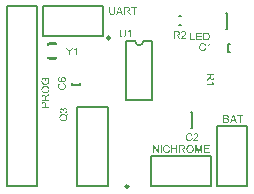
<source format=gto>
%FSLAX25Y25*%
%MOIN*%
G70*
G01*
G75*
G04 Layer_Color=65535*
%ADD10R,0.03543X0.02953*%
%ADD11R,0.02953X0.01772*%
%ADD12R,0.02953X0.01772*%
%ADD13R,0.04134X0.05906*%
%ADD14R,0.08661X0.02362*%
%ADD15R,0.08661X0.02362*%
%ADD16R,0.02953X0.03543*%
%ADD17R,0.03150X0.03740*%
%ADD18R,0.09449X0.12992*%
%ADD19R,0.09449X0.03937*%
%ADD20C,0.01200*%
%ADD21C,0.05000*%
%ADD22C,0.04000*%
%ADD23C,0.02000*%
%ADD24C,0.05906*%
%ADD25R,0.05906X0.05906*%
%ADD26C,0.02787*%
%ADD27R,0.05906X0.05906*%
%ADD28C,0.02500*%
%ADD29R,0.03740X0.03150*%
%ADD30O,0.02165X0.06496*%
%ADD31O,0.06496X0.02165*%
%ADD32C,0.01000*%
%ADD33C,0.00787*%
%ADD34C,0.00984*%
G36*
X1040298Y138950D02*
X1040329Y138946D01*
X1040360Y138942D01*
X1040399Y138934D01*
X1040438Y138923D01*
X1040528Y138895D01*
X1040579Y138876D01*
X1040626Y138848D01*
X1040672Y138821D01*
X1040719Y138790D01*
X1040766Y138751D01*
X1040813Y138708D01*
X1040817Y138704D01*
X1040825Y138696D01*
X1040832Y138685D01*
X1040848Y138665D01*
X1040867Y138642D01*
X1040887Y138611D01*
X1040906Y138575D01*
X1040926Y138540D01*
X1040949Y138497D01*
X1040969Y138451D01*
X1040988Y138400D01*
X1041008Y138345D01*
X1041023Y138287D01*
X1041031Y138224D01*
X1041039Y138158D01*
X1041043Y138092D01*
Y138088D01*
Y138076D01*
Y138061D01*
X1041039Y138037D01*
X1041035Y138006D01*
X1041031Y137975D01*
X1041027Y137936D01*
X1041020Y137897D01*
X1040996Y137807D01*
X1040957Y137714D01*
X1040938Y137667D01*
X1040910Y137624D01*
X1040879Y137577D01*
X1040844Y137534D01*
X1040840Y137530D01*
X1040836Y137526D01*
X1040825Y137515D01*
X1040809Y137499D01*
X1040786Y137484D01*
X1040762Y137464D01*
X1040735Y137441D01*
X1040704Y137421D01*
X1040626Y137374D01*
X1040536Y137335D01*
X1040434Y137300D01*
X1040380Y137288D01*
X1040321Y137281D01*
X1040279Y137597D01*
X1040282D01*
X1040290Y137601D01*
X1040306D01*
X1040321Y137608D01*
X1040368Y137620D01*
X1040427Y137639D01*
X1040489Y137663D01*
X1040555Y137694D01*
X1040614Y137733D01*
X1040665Y137776D01*
X1040668Y137784D01*
X1040684Y137799D01*
X1040700Y137827D01*
X1040723Y137866D01*
X1040743Y137909D01*
X1040762Y137963D01*
X1040778Y138026D01*
X1040782Y138092D01*
Y138096D01*
Y138104D01*
Y138115D01*
X1040778Y138131D01*
X1040774Y138170D01*
X1040762Y138221D01*
X1040743Y138283D01*
X1040719Y138345D01*
X1040680Y138408D01*
X1040629Y138466D01*
X1040622Y138474D01*
X1040602Y138490D01*
X1040571Y138513D01*
X1040524Y138544D01*
X1040470Y138572D01*
X1040403Y138595D01*
X1040329Y138611D01*
X1040247Y138618D01*
X1040228D01*
X1040212Y138614D01*
X1040173Y138611D01*
X1040123Y138599D01*
X1040068Y138583D01*
X1040005Y138556D01*
X1039947Y138521D01*
X1039892Y138474D01*
X1039885Y138466D01*
X1039869Y138451D01*
X1039849Y138419D01*
X1039822Y138377D01*
X1039795Y138326D01*
X1039775Y138263D01*
X1039760Y138197D01*
X1039752Y138119D01*
Y138115D01*
Y138104D01*
Y138084D01*
X1039756Y138057D01*
X1039760Y138026D01*
X1039764Y137987D01*
X1039771Y137944D01*
X1039783Y137897D01*
X1039506Y137932D01*
Y137936D01*
Y137952D01*
X1039510Y137967D01*
Y137983D01*
Y137987D01*
Y137990D01*
Y138002D01*
Y138018D01*
X1039506Y138053D01*
X1039499Y138104D01*
X1039487Y138158D01*
X1039467Y138217D01*
X1039444Y138279D01*
X1039409Y138341D01*
X1039405Y138349D01*
X1039389Y138369D01*
X1039362Y138392D01*
X1039327Y138423D01*
X1039284Y138455D01*
X1039229Y138478D01*
X1039163Y138497D01*
X1039085Y138505D01*
X1039058D01*
X1039027Y138497D01*
X1038984Y138490D01*
X1038941Y138478D01*
X1038894Y138455D01*
X1038843Y138427D01*
X1038800Y138388D01*
X1038797Y138384D01*
X1038781Y138369D01*
X1038761Y138341D01*
X1038742Y138306D01*
X1038719Y138263D01*
X1038703Y138213D01*
X1038687Y138154D01*
X1038683Y138088D01*
Y138084D01*
Y138080D01*
Y138057D01*
X1038691Y138022D01*
X1038699Y137983D01*
X1038711Y137932D01*
X1038734Y137881D01*
X1038761Y137831D01*
X1038800Y137780D01*
X1038804Y137776D01*
X1038820Y137760D01*
X1038847Y137741D01*
X1038886Y137717D01*
X1038933Y137690D01*
X1038992Y137667D01*
X1039062Y137643D01*
X1039144Y137628D01*
X1039089Y137312D01*
X1039085D01*
X1039073Y137316D01*
X1039058Y137320D01*
X1039038Y137324D01*
X1039011Y137331D01*
X1038980Y137339D01*
X1038910Y137366D01*
X1038832Y137398D01*
X1038750Y137444D01*
X1038672Y137499D01*
X1038601Y137569D01*
X1038598Y137573D01*
X1038594Y137577D01*
X1038586Y137589D01*
X1038574Y137608D01*
X1038562Y137628D01*
X1038547Y137651D01*
X1038512Y137710D01*
X1038481Y137784D01*
X1038453Y137873D01*
X1038434Y137971D01*
X1038426Y138026D01*
Y138080D01*
Y138084D01*
Y138088D01*
Y138100D01*
Y138115D01*
X1038430Y138154D01*
X1038438Y138205D01*
X1038449Y138263D01*
X1038465Y138330D01*
X1038488Y138396D01*
X1038520Y138462D01*
Y138466D01*
X1038523Y138470D01*
X1038535Y138494D01*
X1038555Y138525D01*
X1038582Y138564D01*
X1038617Y138607D01*
X1038660Y138654D01*
X1038711Y138696D01*
X1038765Y138735D01*
X1038773Y138739D01*
X1038793Y138751D01*
X1038824Y138767D01*
X1038863Y138782D01*
X1038914Y138798D01*
X1038968Y138813D01*
X1039027Y138825D01*
X1039093Y138829D01*
X1039120D01*
X1039151Y138825D01*
X1039190Y138817D01*
X1039237Y138806D01*
X1039288Y138790D01*
X1039342Y138770D01*
X1039393Y138739D01*
X1039401Y138735D01*
X1039417Y138724D01*
X1039440Y138700D01*
X1039471Y138673D01*
X1039506Y138634D01*
X1039541Y138591D01*
X1039580Y138537D01*
X1039612Y138474D01*
Y138478D01*
X1039616Y138486D01*
Y138497D01*
X1039623Y138513D01*
X1039635Y138552D01*
X1039658Y138603D01*
X1039686Y138657D01*
X1039725Y138716D01*
X1039771Y138774D01*
X1039830Y138825D01*
X1039838Y138829D01*
X1039861Y138845D01*
X1039896Y138864D01*
X1039943Y138891D01*
X1040002Y138915D01*
X1040072Y138934D01*
X1040154Y138950D01*
X1040243Y138954D01*
X1040275D01*
X1040298Y138950D01*
D02*
G37*
G36*
X1033233Y140950D02*
X1033261Y140946D01*
X1033296Y140942D01*
X1033331Y140938D01*
X1033370Y140927D01*
X1033459Y140903D01*
X1033549Y140864D01*
X1033596Y140841D01*
X1033643Y140814D01*
X1033690Y140782D01*
X1033733Y140743D01*
X1033736Y140739D01*
X1033740Y140732D01*
X1033752Y140720D01*
X1033768Y140704D01*
X1033783Y140677D01*
X1033803Y140650D01*
X1033822Y140615D01*
X1033842Y140572D01*
X1033865Y140525D01*
X1033885Y140470D01*
X1033904Y140408D01*
X1033920Y140342D01*
X1033935Y140264D01*
X1033947Y140182D01*
X1033951Y140092D01*
X1033955Y139995D01*
Y139339D01*
X1035000D01*
Y139000D01*
X1032438D01*
Y139963D01*
Y139967D01*
Y139975D01*
Y139987D01*
Y140006D01*
Y140049D01*
X1032442Y140108D01*
X1032446Y140170D01*
X1032449Y140236D01*
X1032457Y140299D01*
X1032465Y140353D01*
Y140357D01*
Y140361D01*
X1032473Y140384D01*
X1032481Y140420D01*
X1032492Y140463D01*
X1032508Y140513D01*
X1032527Y140564D01*
X1032555Y140619D01*
X1032586Y140669D01*
X1032590Y140673D01*
X1032602Y140693D01*
X1032621Y140716D01*
X1032648Y140743D01*
X1032683Y140775D01*
X1032726Y140810D01*
X1032773Y140845D01*
X1032832Y140876D01*
X1032839Y140880D01*
X1032859Y140888D01*
X1032890Y140899D01*
X1032933Y140915D01*
X1032984Y140930D01*
X1033042Y140942D01*
X1033109Y140950D01*
X1033179Y140954D01*
X1033210D01*
X1033233Y140950D01*
D02*
G37*
G36*
X1041822Y157584D02*
Y156500D01*
X1041483D01*
Y157584D01*
X1040496Y159062D01*
X1040906D01*
X1041413Y158286D01*
Y158282D01*
X1041420Y158278D01*
X1041428Y158267D01*
X1041436Y158251D01*
X1041463Y158208D01*
X1041498Y158154D01*
X1041537Y158087D01*
X1041580Y158013D01*
X1041627Y157935D01*
X1041674Y157853D01*
Y157857D01*
X1041678Y157861D01*
X1041686Y157873D01*
X1041693Y157888D01*
X1041717Y157931D01*
X1041752Y157986D01*
X1041791Y158052D01*
X1041842Y158130D01*
X1041896Y158216D01*
X1041955Y158306D01*
X1042450Y159062D01*
X1042844D01*
X1041822Y157584D01*
D02*
G37*
G36*
X1041195Y136891D02*
Y136887D01*
X1041191Y136879D01*
X1041183Y136863D01*
X1041175Y136844D01*
X1041168Y136820D01*
X1041152Y136789D01*
X1041136Y136758D01*
X1041121Y136719D01*
X1041078Y136637D01*
X1041023Y136544D01*
X1040961Y136442D01*
X1040887Y136341D01*
Y136337D01*
X1040895Y136329D01*
X1040903Y136313D01*
X1040910Y136290D01*
X1040922Y136263D01*
X1040938Y136232D01*
X1040949Y136196D01*
X1040965Y136158D01*
X1040981Y136111D01*
X1040992Y136064D01*
X1041020Y135955D01*
X1041035Y135838D01*
X1041043Y135713D01*
Y135709D01*
Y135697D01*
Y135678D01*
X1041039Y135654D01*
Y135623D01*
X1041035Y135588D01*
X1041027Y135549D01*
X1041023Y135506D01*
X1041004Y135409D01*
X1040973Y135303D01*
X1040934Y135194D01*
X1040879Y135085D01*
X1040875Y135081D01*
X1040871Y135073D01*
X1040860Y135058D01*
X1040848Y135038D01*
X1040832Y135015D01*
X1040809Y134987D01*
X1040758Y134925D01*
X1040692Y134855D01*
X1040610Y134785D01*
X1040516Y134714D01*
X1040407Y134652D01*
X1040403D01*
X1040392Y134644D01*
X1040376Y134636D01*
X1040353Y134629D01*
X1040325Y134617D01*
X1040290Y134605D01*
X1040251Y134590D01*
X1040208Y134578D01*
X1040158Y134562D01*
X1040107Y134547D01*
X1039990Y134523D01*
X1039861Y134508D01*
X1039721Y134500D01*
X1039682D01*
X1039658Y134504D01*
X1039623D01*
X1039584Y134508D01*
X1039541Y134512D01*
X1039495Y134520D01*
X1039385Y134539D01*
X1039272Y134562D01*
X1039151Y134601D01*
X1039034Y134652D01*
X1039030D01*
X1039019Y134660D01*
X1039003Y134668D01*
X1038984Y134679D01*
X1038956Y134695D01*
X1038925Y134714D01*
X1038859Y134765D01*
X1038781Y134828D01*
X1038703Y134902D01*
X1038625Y134987D01*
X1038559Y135089D01*
X1038555Y135093D01*
X1038551Y135101D01*
X1038543Y135116D01*
X1038531Y135140D01*
X1038520Y135167D01*
X1038508Y135198D01*
X1038492Y135233D01*
X1038477Y135276D01*
X1038461Y135319D01*
X1038445Y135370D01*
X1038422Y135475D01*
X1038403Y135596D01*
X1038395Y135721D01*
Y135725D01*
Y135736D01*
Y135756D01*
X1038399Y135779D01*
Y135810D01*
X1038403Y135849D01*
X1038410Y135888D01*
X1038414Y135935D01*
X1038438Y136033D01*
X1038469Y136142D01*
X1038508Y136251D01*
X1038535Y136306D01*
X1038566Y136360D01*
Y136364D01*
X1038574Y136372D01*
X1038582Y136388D01*
X1038598Y136407D01*
X1038613Y136431D01*
X1038637Y136458D01*
X1038687Y136520D01*
X1038754Y136590D01*
X1038836Y136664D01*
X1038929Y136731D01*
X1039038Y136793D01*
X1039042D01*
X1039050Y136801D01*
X1039069Y136809D01*
X1039093Y136817D01*
X1039120Y136828D01*
X1039151Y136840D01*
X1039190Y136856D01*
X1039237Y136871D01*
X1039284Y136883D01*
X1039339Y136899D01*
X1039452Y136922D01*
X1039580Y136937D01*
X1039721Y136945D01*
X1039775D01*
X1039803Y136941D01*
X1039834D01*
X1039869Y136937D01*
X1039912Y136934D01*
X1039998Y136922D01*
X1040095Y136902D01*
X1040193Y136879D01*
X1040290Y136848D01*
X1040294D01*
X1040302Y136844D01*
X1040314Y136836D01*
X1040333Y136828D01*
X1040353Y136820D01*
X1040380Y136805D01*
X1040438Y136774D01*
X1040505Y136735D01*
X1040579Y136684D01*
X1040653Y136626D01*
X1040727Y136555D01*
Y136559D01*
X1040735Y136567D01*
X1040743Y136579D01*
X1040754Y136594D01*
X1040766Y136618D01*
X1040782Y136641D01*
X1040817Y136700D01*
X1040856Y136766D01*
X1040895Y136840D01*
X1040934Y136918D01*
X1040965Y136996D01*
X1041195Y136891D01*
D02*
G37*
G36*
X1044209Y156500D02*
X1043893D01*
Y158505D01*
X1043889Y158501D01*
X1043874Y158485D01*
X1043846Y158466D01*
X1043811Y158438D01*
X1043768Y158403D01*
X1043717Y158368D01*
X1043659Y158325D01*
X1043593Y158286D01*
X1043589D01*
X1043585Y158282D01*
X1043561Y158267D01*
X1043526Y158247D01*
X1043484Y158224D01*
X1043433Y158196D01*
X1043378Y158173D01*
X1043320Y158146D01*
X1043265Y158122D01*
Y158431D01*
X1043269D01*
X1043277Y158434D01*
X1043292Y158442D01*
X1043308Y158454D01*
X1043331Y158466D01*
X1043359Y158477D01*
X1043421Y158512D01*
X1043491Y158555D01*
X1043569Y158606D01*
X1043647Y158665D01*
X1043721Y158727D01*
X1043725Y158731D01*
X1043729Y158735D01*
X1043753Y158758D01*
X1043788Y158793D01*
X1043831Y158836D01*
X1043877Y158891D01*
X1043924Y158949D01*
X1043967Y159012D01*
X1044002Y159074D01*
X1044209D01*
Y156500D01*
D02*
G37*
G36*
X1034649Y149027D02*
X1034653Y149019D01*
X1034665Y149007D01*
X1034676Y148988D01*
X1034696Y148965D01*
X1034711Y148937D01*
X1034758Y148871D01*
X1034805Y148793D01*
X1034856Y148707D01*
X1034902Y148610D01*
X1034945Y148512D01*
Y148508D01*
X1034949Y148500D01*
X1034953Y148485D01*
X1034961Y148465D01*
X1034969Y148442D01*
X1034977Y148415D01*
X1034984Y148380D01*
X1034992Y148344D01*
X1035012Y148263D01*
X1035027Y148173D01*
X1035039Y148071D01*
X1035043Y147970D01*
Y147966D01*
Y147954D01*
Y147935D01*
X1035039Y147908D01*
Y147872D01*
X1035035Y147834D01*
X1035031Y147791D01*
X1035023Y147744D01*
X1035004Y147635D01*
X1034977Y147521D01*
X1034938Y147401D01*
X1034883Y147284D01*
X1034879Y147280D01*
X1034875Y147272D01*
X1034867Y147252D01*
X1034852Y147233D01*
X1034836Y147206D01*
X1034817Y147178D01*
X1034766Y147112D01*
X1034700Y147034D01*
X1034618Y146960D01*
X1034524Y146886D01*
X1034419Y146819D01*
X1034415D01*
X1034403Y146812D01*
X1034388Y146804D01*
X1034364Y146796D01*
X1034337Y146784D01*
X1034302Y146769D01*
X1034263Y146757D01*
X1034216Y146741D01*
X1034169Y146726D01*
X1034115Y146714D01*
X1033998Y146687D01*
X1033869Y146671D01*
X1033733Y146663D01*
X1033697D01*
X1033670Y146667D01*
X1033635D01*
X1033596Y146671D01*
X1033553Y146675D01*
X1033506Y146683D01*
X1033397Y146703D01*
X1033280Y146730D01*
X1033155Y146769D01*
X1033034Y146819D01*
X1033031D01*
X1033019Y146827D01*
X1033003Y146835D01*
X1032980Y146847D01*
X1032952Y146866D01*
X1032925Y146886D01*
X1032851Y146933D01*
X1032773Y146999D01*
X1032695Y147073D01*
X1032621Y147167D01*
X1032586Y147213D01*
X1032555Y147268D01*
Y147272D01*
X1032547Y147280D01*
X1032539Y147299D01*
X1032531Y147319D01*
X1032516Y147346D01*
X1032504Y147381D01*
X1032488Y147420D01*
X1032473Y147463D01*
X1032461Y147510D01*
X1032446Y147561D01*
X1032418Y147678D01*
X1032403Y147802D01*
X1032395Y147943D01*
Y147947D01*
Y147954D01*
Y147970D01*
Y147989D01*
X1032399Y148013D01*
Y148044D01*
X1032407Y148110D01*
X1032418Y148185D01*
X1032434Y148270D01*
X1032457Y148356D01*
X1032488Y148442D01*
Y148446D01*
X1032492Y148454D01*
X1032496Y148465D01*
X1032504Y148481D01*
X1032524Y148520D01*
X1032555Y148571D01*
X1032590Y148629D01*
X1032633Y148688D01*
X1032679Y148746D01*
X1032738Y148797D01*
X1032746Y148801D01*
X1032765Y148816D01*
X1032800Y148840D01*
X1032851Y148871D01*
X1032910Y148902D01*
X1032980Y148933D01*
X1033062Y148965D01*
X1033155Y148992D01*
X1033241Y148684D01*
X1033237D01*
X1033233Y148680D01*
X1033210Y148676D01*
X1033175Y148660D01*
X1033128Y148645D01*
X1033081Y148625D01*
X1033031Y148602D01*
X1032980Y148574D01*
X1032933Y148543D01*
X1032929Y148539D01*
X1032913Y148528D01*
X1032894Y148508D01*
X1032867Y148481D01*
X1032839Y148446D01*
X1032808Y148403D01*
X1032781Y148356D01*
X1032754Y148298D01*
X1032750Y148290D01*
X1032742Y148270D01*
X1032730Y148235D01*
X1032718Y148192D01*
X1032707Y148142D01*
X1032695Y148083D01*
X1032687Y148017D01*
X1032683Y147947D01*
Y147943D01*
Y147935D01*
Y147923D01*
Y147908D01*
X1032687Y147865D01*
X1032691Y147810D01*
X1032703Y147748D01*
X1032715Y147678D01*
X1032734Y147611D01*
X1032757Y147545D01*
X1032761Y147537D01*
X1032769Y147518D01*
X1032785Y147486D01*
X1032808Y147447D01*
X1032835Y147405D01*
X1032867Y147358D01*
X1032902Y147315D01*
X1032945Y147272D01*
X1032949Y147268D01*
X1032964Y147256D01*
X1032988Y147237D01*
X1033019Y147213D01*
X1033058Y147186D01*
X1033101Y147159D01*
X1033148Y147135D01*
X1033198Y147112D01*
X1033202D01*
X1033210Y147108D01*
X1033222Y147104D01*
X1033241Y147096D01*
X1033261Y147089D01*
X1033288Y147081D01*
X1033350Y147065D01*
X1033428Y147046D01*
X1033514Y147030D01*
X1033612Y147018D01*
X1033713Y147014D01*
X1033744D01*
X1033772Y147018D01*
X1033799D01*
X1033834Y147022D01*
X1033873Y147026D01*
X1033912Y147030D01*
X1034006Y147042D01*
X1034103Y147065D01*
X1034197Y147092D01*
X1034290Y147132D01*
X1034294D01*
X1034302Y147135D01*
X1034314Y147143D01*
X1034329Y147155D01*
X1034368Y147182D01*
X1034419Y147217D01*
X1034474Y147264D01*
X1034532Y147323D01*
X1034587Y147393D01*
X1034633Y147471D01*
Y147475D01*
X1034637Y147483D01*
X1034645Y147494D01*
X1034649Y147510D01*
X1034657Y147529D01*
X1034669Y147557D01*
X1034688Y147615D01*
X1034708Y147689D01*
X1034727Y147767D01*
X1034739Y147857D01*
X1034743Y147950D01*
Y147954D01*
Y147962D01*
Y147974D01*
Y147989D01*
X1034739Y148032D01*
X1034731Y148087D01*
X1034723Y148149D01*
X1034708Y148223D01*
X1034688Y148301D01*
X1034661Y148380D01*
Y148383D01*
X1034657Y148387D01*
X1034653Y148399D01*
X1034645Y148415D01*
X1034630Y148454D01*
X1034606Y148500D01*
X1034579Y148551D01*
X1034548Y148602D01*
X1034513Y148653D01*
X1034477Y148699D01*
X1033994D01*
Y147947D01*
X1033694D01*
Y149031D01*
X1034645D01*
X1034649Y149027D01*
D02*
G37*
G36*
X1082003Y126601D02*
X1082035D01*
X1082074Y126597D01*
X1082113Y126590D01*
X1082159Y126586D01*
X1082257Y126562D01*
X1082366Y126531D01*
X1082475Y126492D01*
X1082530Y126465D01*
X1082584Y126434D01*
X1082588D01*
X1082596Y126426D01*
X1082612Y126418D01*
X1082631Y126402D01*
X1082655Y126387D01*
X1082682Y126363D01*
X1082744Y126313D01*
X1082815Y126246D01*
X1082889Y126164D01*
X1082955Y126071D01*
X1083017Y125962D01*
Y125958D01*
X1083025Y125946D01*
X1083033Y125931D01*
X1083041Y125907D01*
X1083053Y125880D01*
X1083064Y125845D01*
X1083080Y125806D01*
X1083095Y125763D01*
X1083107Y125712D01*
X1083123Y125661D01*
X1083146Y125544D01*
X1083162Y125416D01*
X1083169Y125275D01*
Y125271D01*
Y125260D01*
Y125236D01*
X1083166Y125209D01*
Y125174D01*
X1083162Y125135D01*
X1083158Y125092D01*
X1083150Y125041D01*
X1083130Y124932D01*
X1083103Y124815D01*
X1083064Y124694D01*
X1083010Y124577D01*
Y124573D01*
X1083002Y124565D01*
X1082994Y124550D01*
X1082982Y124527D01*
X1082963Y124503D01*
X1082943Y124472D01*
X1082897Y124406D01*
X1082834Y124331D01*
X1082756Y124253D01*
X1082666Y124179D01*
X1082565Y124113D01*
X1082561D01*
X1082553Y124105D01*
X1082538Y124098D01*
X1082514Y124090D01*
X1082487Y124078D01*
X1082456Y124062D01*
X1082421Y124051D01*
X1082378Y124035D01*
X1082288Y124008D01*
X1082183Y123980D01*
X1082066Y123965D01*
X1081945Y123957D01*
X1081910D01*
X1081882Y123961D01*
X1081851D01*
X1081816Y123965D01*
X1081773Y123973D01*
X1081726Y123980D01*
X1081629Y124000D01*
X1081520Y124031D01*
X1081407Y124074D01*
X1081352Y124098D01*
X1081297Y124129D01*
X1081294Y124133D01*
X1081286Y124136D01*
X1081270Y124148D01*
X1081251Y124160D01*
X1081227Y124179D01*
X1081200Y124199D01*
X1081138Y124253D01*
X1081067Y124324D01*
X1080993Y124402D01*
X1080927Y124499D01*
X1080865Y124604D01*
Y124608D01*
X1080857Y124620D01*
X1080853Y124636D01*
X1080841Y124659D01*
X1080830Y124686D01*
X1080818Y124718D01*
X1080806Y124757D01*
X1080794Y124800D01*
X1080779Y124846D01*
X1080767Y124893D01*
X1080744Y125002D01*
X1080728Y125119D01*
X1080720Y125244D01*
Y125252D01*
Y125271D01*
X1080724Y125306D01*
Y125349D01*
X1080732Y125404D01*
X1080740Y125466D01*
X1080748Y125533D01*
X1080763Y125611D01*
X1080783Y125689D01*
X1080802Y125771D01*
X1080830Y125853D01*
X1080865Y125934D01*
X1080904Y126016D01*
X1080947Y126098D01*
X1081001Y126172D01*
X1081060Y126242D01*
X1081063Y126246D01*
X1081075Y126258D01*
X1081095Y126278D01*
X1081122Y126301D01*
X1081157Y126328D01*
X1081196Y126356D01*
X1081243Y126391D01*
X1081297Y126426D01*
X1081360Y126457D01*
X1081426Y126492D01*
X1081500Y126519D01*
X1081578Y126551D01*
X1081660Y126570D01*
X1081750Y126590D01*
X1081847Y126601D01*
X1081945Y126605D01*
X1081980D01*
X1082003Y126601D01*
D02*
G37*
G36*
X1035000Y143220D02*
X1034470Y142880D01*
X1034466D01*
X1034458Y142873D01*
X1034446Y142865D01*
X1034431Y142857D01*
X1034392Y142830D01*
X1034341Y142795D01*
X1034282Y142756D01*
X1034224Y142713D01*
X1034169Y142674D01*
X1034119Y142635D01*
X1034115Y142631D01*
X1034099Y142619D01*
X1034076Y142600D01*
X1034048Y142580D01*
X1033994Y142522D01*
X1033967Y142494D01*
X1033947Y142463D01*
X1033943Y142459D01*
X1033939Y142452D01*
X1033931Y142436D01*
X1033920Y142416D01*
X1033896Y142370D01*
X1033877Y142311D01*
Y142307D01*
X1033873Y142299D01*
Y142284D01*
X1033869Y142264D01*
X1033865Y142237D01*
Y142206D01*
X1033861Y142167D01*
Y142120D01*
Y141730D01*
X1035000D01*
Y141391D01*
X1032438D01*
Y142526D01*
Y142529D01*
Y142541D01*
Y142557D01*
Y142580D01*
X1032442Y142611D01*
Y142643D01*
X1032446Y142721D01*
X1032453Y142803D01*
X1032469Y142888D01*
X1032485Y142970D01*
X1032496Y143009D01*
X1032508Y143044D01*
Y143048D01*
X1032512Y143052D01*
X1032520Y143076D01*
X1032539Y143107D01*
X1032566Y143146D01*
X1032598Y143193D01*
X1032640Y143239D01*
X1032691Y143286D01*
X1032754Y143329D01*
X1032761Y143333D01*
X1032785Y143345D01*
X1032820Y143364D01*
X1032867Y143384D01*
X1032925Y143403D01*
X1032992Y143423D01*
X1033062Y143434D01*
X1033140Y143438D01*
X1033167D01*
X1033187Y143434D01*
X1033210D01*
X1033237Y143430D01*
X1033300Y143415D01*
X1033374Y143395D01*
X1033448Y143364D01*
X1033526Y143317D01*
X1033565Y143290D01*
X1033600Y143259D01*
X1033608Y143251D01*
X1033615Y143239D01*
X1033631Y143228D01*
X1033643Y143208D01*
X1033662Y143185D01*
X1033678Y143157D01*
X1033697Y143126D01*
X1033717Y143091D01*
X1033736Y143048D01*
X1033756Y143005D01*
X1033775Y142955D01*
X1033795Y142904D01*
X1033811Y142845D01*
X1033822Y142783D01*
X1033834Y142717D01*
X1033838Y142725D01*
X1033846Y142740D01*
X1033857Y142763D01*
X1033873Y142791D01*
X1033916Y142857D01*
X1033939Y142892D01*
X1033963Y142920D01*
X1033970Y142927D01*
X1033986Y142947D01*
X1034017Y142974D01*
X1034056Y143009D01*
X1034107Y143052D01*
X1034165Y143099D01*
X1034232Y143150D01*
X1034306Y143200D01*
X1035000Y143645D01*
Y143220D01*
D02*
G37*
G36*
X1033791Y146309D02*
X1033826D01*
X1033865Y146305D01*
X1033908Y146301D01*
X1033959Y146293D01*
X1034068Y146274D01*
X1034185Y146246D01*
X1034306Y146207D01*
X1034423Y146153D01*
X1034427D01*
X1034435Y146145D01*
X1034450Y146137D01*
X1034474Y146125D01*
X1034497Y146106D01*
X1034528Y146086D01*
X1034594Y146039D01*
X1034669Y145977D01*
X1034746Y145899D01*
X1034821Y145809D01*
X1034887Y145708D01*
Y145704D01*
X1034895Y145696D01*
X1034902Y145681D01*
X1034910Y145657D01*
X1034922Y145630D01*
X1034938Y145599D01*
X1034949Y145564D01*
X1034965Y145521D01*
X1034992Y145431D01*
X1035019Y145326D01*
X1035035Y145209D01*
X1035043Y145088D01*
Y145084D01*
Y145072D01*
Y145053D01*
X1035039Y145026D01*
Y144994D01*
X1035035Y144959D01*
X1035027Y144916D01*
X1035019Y144869D01*
X1035000Y144772D01*
X1034969Y144663D01*
X1034926Y144550D01*
X1034902Y144495D01*
X1034871Y144440D01*
X1034867Y144437D01*
X1034863Y144429D01*
X1034852Y144413D01*
X1034840Y144394D01*
X1034821Y144370D01*
X1034801Y144343D01*
X1034746Y144281D01*
X1034676Y144210D01*
X1034598Y144136D01*
X1034501Y144070D01*
X1034396Y144008D01*
X1034392D01*
X1034380Y144000D01*
X1034364Y143996D01*
X1034341Y143984D01*
X1034314Y143973D01*
X1034282Y143961D01*
X1034243Y143949D01*
X1034200Y143937D01*
X1034154Y143922D01*
X1034107Y143910D01*
X1033998Y143887D01*
X1033881Y143871D01*
X1033756Y143863D01*
X1033729D01*
X1033694Y143867D01*
X1033651D01*
X1033596Y143875D01*
X1033534Y143883D01*
X1033467Y143891D01*
X1033389Y143906D01*
X1033311Y143926D01*
X1033229Y143945D01*
X1033148Y143973D01*
X1033066Y144008D01*
X1032984Y144047D01*
X1032902Y144089D01*
X1032828Y144144D01*
X1032757Y144203D01*
X1032754Y144207D01*
X1032742Y144218D01*
X1032722Y144238D01*
X1032699Y144265D01*
X1032672Y144300D01*
X1032644Y144339D01*
X1032609Y144386D01*
X1032574Y144440D01*
X1032543Y144503D01*
X1032508Y144569D01*
X1032481Y144643D01*
X1032449Y144721D01*
X1032430Y144803D01*
X1032410Y144893D01*
X1032399Y144990D01*
X1032395Y145088D01*
Y145092D01*
Y145104D01*
Y145123D01*
X1032399Y145146D01*
Y145178D01*
X1032403Y145217D01*
X1032410Y145256D01*
X1032414Y145302D01*
X1032438Y145400D01*
X1032469Y145509D01*
X1032508Y145618D01*
X1032535Y145673D01*
X1032566Y145728D01*
Y145731D01*
X1032574Y145739D01*
X1032582Y145755D01*
X1032598Y145774D01*
X1032613Y145798D01*
X1032637Y145825D01*
X1032687Y145887D01*
X1032754Y145958D01*
X1032835Y146032D01*
X1032929Y146098D01*
X1033038Y146160D01*
X1033042D01*
X1033054Y146168D01*
X1033070Y146176D01*
X1033093Y146184D01*
X1033120Y146195D01*
X1033155Y146207D01*
X1033194Y146223D01*
X1033237Y146238D01*
X1033288Y146250D01*
X1033339Y146266D01*
X1033456Y146289D01*
X1033584Y146305D01*
X1033725Y146312D01*
X1033764D01*
X1033791Y146309D01*
D02*
G37*
G36*
X1059688Y170000D02*
X1059306D01*
X1059009Y170776D01*
X1057933D01*
X1057656Y170000D01*
X1057297D01*
X1058276Y172562D01*
X1058646D01*
X1059688Y170000D01*
D02*
G37*
G36*
X1062135Y162500D02*
X1061819D01*
Y164505D01*
X1061815Y164501D01*
X1061799Y164485D01*
X1061772Y164466D01*
X1061737Y164438D01*
X1061694Y164403D01*
X1061643Y164368D01*
X1061585Y164325D01*
X1061519Y164286D01*
X1061515D01*
X1061511Y164282D01*
X1061487Y164267D01*
X1061452Y164247D01*
X1061409Y164224D01*
X1061359Y164197D01*
X1061304Y164173D01*
X1061246Y164146D01*
X1061191Y164122D01*
Y164430D01*
X1061195D01*
X1061203Y164434D01*
X1061218Y164442D01*
X1061234Y164454D01*
X1061257Y164466D01*
X1061285Y164477D01*
X1061347Y164512D01*
X1061417Y164555D01*
X1061495Y164606D01*
X1061573Y164664D01*
X1061647Y164727D01*
X1061651Y164731D01*
X1061655Y164735D01*
X1061679Y164758D01*
X1061714Y164793D01*
X1061757Y164836D01*
X1061803Y164891D01*
X1061850Y164949D01*
X1061893Y165012D01*
X1061928Y165074D01*
X1062135D01*
Y162500D01*
D02*
G37*
G36*
X1060512Y163580D02*
Y163576D01*
Y163565D01*
Y163545D01*
Y163518D01*
X1060509Y163483D01*
Y163448D01*
X1060505Y163405D01*
X1060501Y163358D01*
X1060489Y163260D01*
X1060473Y163159D01*
X1060454Y163058D01*
X1060423Y162968D01*
Y162964D01*
X1060419Y162956D01*
X1060415Y162945D01*
X1060407Y162929D01*
X1060384Y162890D01*
X1060353Y162835D01*
X1060310Y162777D01*
X1060255Y162715D01*
X1060185Y162656D01*
X1060107Y162598D01*
X1060103D01*
X1060095Y162590D01*
X1060083Y162586D01*
X1060064Y162574D01*
X1060044Y162566D01*
X1060017Y162555D01*
X1059982Y162539D01*
X1059947Y162527D01*
X1059908Y162516D01*
X1059861Y162500D01*
X1059814Y162488D01*
X1059760Y162480D01*
X1059643Y162465D01*
X1059510Y162457D01*
X1059475D01*
X1059452Y162461D01*
X1059420D01*
X1059385Y162465D01*
X1059346Y162469D01*
X1059303Y162473D01*
X1059210Y162488D01*
X1059112Y162508D01*
X1059011Y162539D01*
X1058921Y162578D01*
X1058917D01*
X1058910Y162586D01*
X1058902Y162590D01*
X1058886Y162601D01*
X1058843Y162629D01*
X1058796Y162672D01*
X1058742Y162722D01*
X1058691Y162781D01*
X1058640Y162855D01*
X1058597Y162937D01*
Y162941D01*
X1058594Y162949D01*
X1058590Y162960D01*
X1058582Y162980D01*
X1058574Y163003D01*
X1058566Y163034D01*
X1058558Y163069D01*
X1058551Y163108D01*
X1058539Y163151D01*
X1058531Y163198D01*
X1058523Y163253D01*
X1058516Y163307D01*
X1058508Y163370D01*
X1058504Y163436D01*
X1058500Y163506D01*
Y163580D01*
Y165062D01*
X1058839D01*
Y163580D01*
Y163576D01*
Y163565D01*
Y163549D01*
Y163526D01*
Y163498D01*
X1058843Y163467D01*
X1058847Y163393D01*
X1058855Y163315D01*
X1058863Y163233D01*
X1058878Y163155D01*
X1058886Y163120D01*
X1058898Y163089D01*
X1058902Y163081D01*
X1058910Y163062D01*
X1058925Y163034D01*
X1058949Y162999D01*
X1058976Y162960D01*
X1059015Y162917D01*
X1059058Y162878D01*
X1059112Y162843D01*
X1059120Y162839D01*
X1059140Y162831D01*
X1059171Y162816D01*
X1059214Y162804D01*
X1059268Y162789D01*
X1059331Y162773D01*
X1059401Y162765D01*
X1059479Y162761D01*
X1059514D01*
X1059541Y162765D01*
X1059573D01*
X1059608Y162769D01*
X1059686Y162781D01*
X1059775Y162804D01*
X1059861Y162831D01*
X1059943Y162874D01*
X1059982Y162898D01*
X1060013Y162929D01*
Y162933D01*
X1060021Y162937D01*
X1060029Y162949D01*
X1060037Y162964D01*
X1060052Y162984D01*
X1060064Y163007D01*
X1060079Y163038D01*
X1060095Y163073D01*
X1060107Y163116D01*
X1060122Y163163D01*
X1060138Y163214D01*
X1060150Y163276D01*
X1060157Y163342D01*
X1060165Y163413D01*
X1060173Y163495D01*
Y163580D01*
Y165062D01*
X1060512D01*
Y163580D01*
D02*
G37*
G36*
X1057012Y171080D02*
Y171076D01*
Y171065D01*
Y171045D01*
Y171018D01*
X1057008Y170983D01*
Y170948D01*
X1057005Y170905D01*
X1057001Y170858D01*
X1056989Y170761D01*
X1056973Y170659D01*
X1056954Y170558D01*
X1056923Y170468D01*
Y170464D01*
X1056919Y170456D01*
X1056915Y170445D01*
X1056907Y170429D01*
X1056884Y170390D01*
X1056853Y170335D01*
X1056810Y170277D01*
X1056755Y170214D01*
X1056685Y170156D01*
X1056607Y170097D01*
X1056603D01*
X1056595Y170090D01*
X1056583Y170086D01*
X1056564Y170074D01*
X1056544Y170066D01*
X1056517Y170055D01*
X1056482Y170039D01*
X1056447Y170027D01*
X1056408Y170016D01*
X1056361Y170000D01*
X1056314Y169988D01*
X1056260Y169981D01*
X1056143Y169965D01*
X1056010Y169957D01*
X1055975D01*
X1055952Y169961D01*
X1055920D01*
X1055885Y169965D01*
X1055846Y169969D01*
X1055803Y169973D01*
X1055710Y169988D01*
X1055612Y170008D01*
X1055511Y170039D01*
X1055421Y170078D01*
X1055417D01*
X1055410Y170086D01*
X1055402Y170090D01*
X1055386Y170101D01*
X1055343Y170129D01*
X1055296Y170172D01*
X1055242Y170222D01*
X1055191Y170281D01*
X1055140Y170355D01*
X1055097Y170437D01*
Y170441D01*
X1055094Y170449D01*
X1055090Y170460D01*
X1055082Y170480D01*
X1055074Y170503D01*
X1055066Y170534D01*
X1055058Y170569D01*
X1055051Y170608D01*
X1055039Y170651D01*
X1055031Y170698D01*
X1055023Y170753D01*
X1055016Y170807D01*
X1055008Y170870D01*
X1055004Y170936D01*
X1055000Y171006D01*
Y171080D01*
Y172562D01*
X1055339D01*
Y171080D01*
Y171076D01*
Y171065D01*
Y171049D01*
Y171026D01*
Y170998D01*
X1055343Y170967D01*
X1055347Y170893D01*
X1055355Y170815D01*
X1055363Y170733D01*
X1055378Y170655D01*
X1055386Y170620D01*
X1055398Y170589D01*
X1055402Y170581D01*
X1055410Y170562D01*
X1055425Y170534D01*
X1055449Y170499D01*
X1055476Y170460D01*
X1055515Y170417D01*
X1055558Y170378D01*
X1055612Y170343D01*
X1055620Y170339D01*
X1055640Y170332D01*
X1055671Y170316D01*
X1055714Y170304D01*
X1055768Y170289D01*
X1055831Y170273D01*
X1055901Y170265D01*
X1055979Y170261D01*
X1056014D01*
X1056041Y170265D01*
X1056073D01*
X1056108Y170269D01*
X1056186Y170281D01*
X1056275Y170304D01*
X1056361Y170332D01*
X1056443Y170374D01*
X1056482Y170398D01*
X1056513Y170429D01*
Y170433D01*
X1056521Y170437D01*
X1056529Y170449D01*
X1056537Y170464D01*
X1056552Y170484D01*
X1056564Y170507D01*
X1056579Y170538D01*
X1056595Y170573D01*
X1056607Y170616D01*
X1056622Y170663D01*
X1056638Y170714D01*
X1056650Y170776D01*
X1056658Y170842D01*
X1056665Y170913D01*
X1056673Y170994D01*
Y171080D01*
Y172562D01*
X1057012D01*
Y171080D01*
D02*
G37*
G36*
X1064380Y172262D02*
X1063537D01*
Y170000D01*
X1063198D01*
Y172262D01*
X1062355D01*
Y172562D01*
X1064380D01*
Y172262D01*
D02*
G37*
G36*
X1077721Y164558D02*
X1077752D01*
X1077830Y164555D01*
X1077912Y164547D01*
X1077998Y164531D01*
X1078080Y164515D01*
X1078119Y164504D01*
X1078154Y164492D01*
X1078158D01*
X1078161Y164488D01*
X1078185Y164480D01*
X1078216Y164461D01*
X1078255Y164434D01*
X1078302Y164402D01*
X1078349Y164359D01*
X1078395Y164309D01*
X1078438Y164246D01*
X1078442Y164239D01*
X1078454Y164215D01*
X1078473Y164180D01*
X1078493Y164133D01*
X1078512Y164075D01*
X1078532Y164008D01*
X1078544Y163938D01*
X1078547Y163860D01*
Y163856D01*
Y163849D01*
Y163833D01*
X1078544Y163813D01*
Y163790D01*
X1078540Y163763D01*
X1078524Y163700D01*
X1078505Y163626D01*
X1078473Y163552D01*
X1078427Y163474D01*
X1078399Y163435D01*
X1078368Y163400D01*
X1078360Y163392D01*
X1078349Y163384D01*
X1078337Y163369D01*
X1078317Y163357D01*
X1078294Y163338D01*
X1078267Y163322D01*
X1078236Y163303D01*
X1078200Y163283D01*
X1078158Y163264D01*
X1078115Y163244D01*
X1078064Y163225D01*
X1078013Y163205D01*
X1077955Y163189D01*
X1077892Y163178D01*
X1077826Y163166D01*
X1077834Y163162D01*
X1077849Y163154D01*
X1077873Y163143D01*
X1077900Y163127D01*
X1077966Y163084D01*
X1078001Y163061D01*
X1078029Y163037D01*
X1078037Y163030D01*
X1078056Y163014D01*
X1078083Y162983D01*
X1078119Y162944D01*
X1078161Y162893D01*
X1078208Y162835D01*
X1078259Y162768D01*
X1078310Y162694D01*
X1078754Y162000D01*
X1078329D01*
X1077990Y162530D01*
Y162534D01*
X1077982Y162542D01*
X1077974Y162554D01*
X1077966Y162569D01*
X1077939Y162608D01*
X1077904Y162659D01*
X1077865Y162718D01*
X1077822Y162776D01*
X1077783Y162831D01*
X1077744Y162881D01*
X1077740Y162885D01*
X1077728Y162901D01*
X1077709Y162924D01*
X1077689Y162952D01*
X1077631Y163006D01*
X1077604Y163033D01*
X1077573Y163053D01*
X1077569Y163057D01*
X1077561Y163061D01*
X1077545Y163069D01*
X1077526Y163080D01*
X1077479Y163104D01*
X1077420Y163123D01*
X1077417D01*
X1077409Y163127D01*
X1077393D01*
X1077374Y163131D01*
X1077346Y163135D01*
X1077315D01*
X1077276Y163139D01*
X1076839D01*
Y162000D01*
X1076500D01*
Y164562D01*
X1077689D01*
X1077721Y164558D01*
D02*
G37*
G36*
X1089431Y147655D02*
X1089434Y147648D01*
X1089442Y147632D01*
X1089454Y147617D01*
X1089466Y147593D01*
X1089477Y147566D01*
X1089512Y147503D01*
X1089555Y147433D01*
X1089606Y147355D01*
X1089664Y147277D01*
X1089727Y147203D01*
X1089731Y147199D01*
X1089735Y147195D01*
X1089758Y147172D01*
X1089793Y147137D01*
X1089836Y147094D01*
X1089891Y147047D01*
X1089949Y147000D01*
X1090012Y146957D01*
X1090074Y146922D01*
Y146716D01*
X1087500D01*
Y147031D01*
X1089505D01*
X1089501Y147035D01*
X1089485Y147051D01*
X1089466Y147078D01*
X1089438Y147113D01*
X1089403Y147156D01*
X1089368Y147207D01*
X1089325Y147266D01*
X1089286Y147332D01*
Y147336D01*
X1089282Y147340D01*
X1089267Y147363D01*
X1089247Y147398D01*
X1089224Y147441D01*
X1089196Y147492D01*
X1089173Y147546D01*
X1089146Y147605D01*
X1089122Y147659D01*
X1089431D01*
Y147655D01*
D02*
G37*
G36*
X1090062Y149215D02*
Y149212D01*
Y149200D01*
Y149184D01*
Y149161D01*
X1090058Y149130D01*
Y149099D01*
X1090055Y149021D01*
X1090047Y148939D01*
X1090031Y148853D01*
X1090016Y148771D01*
X1090004Y148732D01*
X1089992Y148697D01*
Y148693D01*
X1089988Y148689D01*
X1089980Y148666D01*
X1089961Y148634D01*
X1089934Y148595D01*
X1089902Y148549D01*
X1089859Y148502D01*
X1089809Y148455D01*
X1089746Y148412D01*
X1089739Y148408D01*
X1089715Y148397D01*
X1089680Y148377D01*
X1089633Y148357D01*
X1089575Y148338D01*
X1089509Y148319D01*
X1089438Y148307D01*
X1089360Y148303D01*
X1089333D01*
X1089314Y148307D01*
X1089290D01*
X1089263Y148311D01*
X1089200Y148326D01*
X1089126Y148346D01*
X1089052Y148377D01*
X1088974Y148424D01*
X1088935Y148451D01*
X1088900Y148482D01*
X1088892Y148490D01*
X1088885Y148502D01*
X1088869Y148513D01*
X1088857Y148533D01*
X1088838Y148556D01*
X1088822Y148584D01*
X1088803Y148615D01*
X1088783Y148650D01*
X1088764Y148693D01*
X1088744Y148736D01*
X1088725Y148786D01*
X1088705Y148837D01*
X1088690Y148896D01*
X1088678Y148958D01*
X1088666Y149024D01*
X1088662Y149017D01*
X1088654Y149001D01*
X1088643Y148978D01*
X1088627Y148950D01*
X1088584Y148884D01*
X1088561Y148849D01*
X1088537Y148822D01*
X1088530Y148814D01*
X1088514Y148794D01*
X1088483Y148767D01*
X1088444Y148732D01*
X1088393Y148689D01*
X1088335Y148642D01*
X1088268Y148591D01*
X1088194Y148541D01*
X1087500Y148096D01*
Y148521D01*
X1088030Y148861D01*
X1088034D01*
X1088042Y148868D01*
X1088054Y148876D01*
X1088069Y148884D01*
X1088108Y148911D01*
X1088159Y148946D01*
X1088218Y148985D01*
X1088276Y149028D01*
X1088331Y149067D01*
X1088381Y149106D01*
X1088385Y149110D01*
X1088401Y149122D01*
X1088424Y149141D01*
X1088452Y149161D01*
X1088506Y149219D01*
X1088533Y149247D01*
X1088553Y149278D01*
X1088557Y149282D01*
X1088561Y149290D01*
X1088569Y149305D01*
X1088580Y149325D01*
X1088604Y149372D01*
X1088623Y149430D01*
Y149434D01*
X1088627Y149442D01*
Y149457D01*
X1088631Y149477D01*
X1088635Y149504D01*
Y149535D01*
X1088639Y149574D01*
Y149621D01*
Y150011D01*
X1087500D01*
Y150350D01*
X1090062D01*
Y149215D01*
D02*
G37*
G36*
X1079858Y164570D02*
X1079889Y164566D01*
X1079924Y164562D01*
X1079963Y164558D01*
X1080006Y164547D01*
X1080100Y164523D01*
X1080197Y164488D01*
X1080248Y164465D01*
X1080295Y164437D01*
X1080338Y164402D01*
X1080381Y164367D01*
X1080384Y164363D01*
X1080388Y164359D01*
X1080400Y164348D01*
X1080416Y164332D01*
X1080431Y164309D01*
X1080451Y164285D01*
X1080490Y164227D01*
X1080529Y164153D01*
X1080564Y164067D01*
X1080591Y163970D01*
X1080595Y163915D01*
X1080599Y163860D01*
Y163853D01*
Y163833D01*
X1080595Y163802D01*
X1080591Y163763D01*
X1080583Y163716D01*
X1080572Y163665D01*
X1080556Y163611D01*
X1080533Y163556D01*
X1080529Y163548D01*
X1080521Y163529D01*
X1080505Y163502D01*
X1080482Y163462D01*
X1080455Y163416D01*
X1080420Y163361D01*
X1080373Y163306D01*
X1080322Y163244D01*
X1080314Y163236D01*
X1080295Y163213D01*
X1080260Y163178D01*
X1080236Y163154D01*
X1080209Y163127D01*
X1080178Y163096D01*
X1080139Y163061D01*
X1080100Y163026D01*
X1080057Y162983D01*
X1080010Y162940D01*
X1079955Y162893D01*
X1079901Y162846D01*
X1079838Y162792D01*
X1079834Y162788D01*
X1079827Y162780D01*
X1079811Y162768D01*
X1079792Y162753D01*
X1079745Y162714D01*
X1079686Y162663D01*
X1079628Y162608D01*
X1079565Y162554D01*
X1079515Y162507D01*
X1079495Y162487D01*
X1079476Y162468D01*
X1079472Y162464D01*
X1079464Y162452D01*
X1079448Y162437D01*
X1079429Y162413D01*
X1079386Y162363D01*
X1079343Y162300D01*
X1080603D01*
Y162000D01*
X1078906D01*
Y162004D01*
Y162020D01*
Y162043D01*
X1078910Y162070D01*
X1078914Y162101D01*
X1078918Y162136D01*
X1078930Y162176D01*
X1078941Y162215D01*
Y162218D01*
X1078945Y162222D01*
X1078953Y162246D01*
X1078969Y162277D01*
X1078992Y162324D01*
X1079019Y162374D01*
X1079058Y162433D01*
X1079097Y162491D01*
X1079148Y162554D01*
Y162558D01*
X1079156Y162562D01*
X1079175Y162585D01*
X1079207Y162620D01*
X1079253Y162667D01*
X1079312Y162722D01*
X1079382Y162788D01*
X1079468Y162862D01*
X1079562Y162944D01*
X1079565Y162948D01*
X1079581Y162959D01*
X1079601Y162975D01*
X1079628Y163002D01*
X1079663Y163030D01*
X1079702Y163065D01*
X1079788Y163139D01*
X1079881Y163228D01*
X1079975Y163318D01*
X1080022Y163361D01*
X1080061Y163404D01*
X1080096Y163447D01*
X1080127Y163486D01*
Y163490D01*
X1080135Y163494D01*
X1080143Y163505D01*
X1080150Y163521D01*
X1080174Y163560D01*
X1080201Y163611D01*
X1080228Y163669D01*
X1080252Y163732D01*
X1080267Y163802D01*
X1080275Y163868D01*
Y163872D01*
Y163876D01*
X1080271Y163899D01*
X1080267Y163934D01*
X1080260Y163977D01*
X1080240Y164028D01*
X1080217Y164079D01*
X1080186Y164133D01*
X1080139Y164184D01*
X1080131Y164188D01*
X1080115Y164204D01*
X1080084Y164223D01*
X1080045Y164250D01*
X1079994Y164274D01*
X1079936Y164293D01*
X1079866Y164309D01*
X1079788Y164313D01*
X1079764D01*
X1079749Y164309D01*
X1079710Y164305D01*
X1079659Y164297D01*
X1079601Y164278D01*
X1079538Y164254D01*
X1079480Y164219D01*
X1079425Y164172D01*
X1079421Y164164D01*
X1079405Y164149D01*
X1079382Y164118D01*
X1079359Y164075D01*
X1079331Y164020D01*
X1079312Y163958D01*
X1079296Y163884D01*
X1079288Y163798D01*
X1078965Y163833D01*
Y163837D01*
Y163849D01*
X1078969Y163868D01*
X1078973Y163891D01*
X1078980Y163923D01*
X1078984Y163958D01*
X1079008Y164036D01*
X1079039Y164126D01*
X1079082Y164215D01*
X1079140Y164305D01*
X1079171Y164344D01*
X1079210Y164383D01*
X1079214Y164387D01*
X1079222Y164391D01*
X1079234Y164402D01*
X1079249Y164414D01*
X1079273Y164426D01*
X1079300Y164445D01*
X1079331Y164461D01*
X1079366Y164480D01*
X1079405Y164496D01*
X1079448Y164515D01*
X1079499Y164531D01*
X1079550Y164543D01*
X1079667Y164566D01*
X1079729Y164570D01*
X1079795Y164574D01*
X1079831D01*
X1079858Y164570D01*
D02*
G37*
G36*
X1061189Y172558D02*
X1061220D01*
X1061298Y172555D01*
X1061380Y172547D01*
X1061466Y172531D01*
X1061548Y172515D01*
X1061587Y172504D01*
X1061622Y172492D01*
X1061626D01*
X1061630Y172488D01*
X1061653Y172480D01*
X1061685Y172461D01*
X1061724Y172434D01*
X1061770Y172402D01*
X1061817Y172360D01*
X1061864Y172309D01*
X1061907Y172246D01*
X1061911Y172239D01*
X1061922Y172215D01*
X1061942Y172180D01*
X1061961Y172133D01*
X1061981Y172075D01*
X1062000Y172009D01*
X1062012Y171938D01*
X1062016Y171860D01*
Y171856D01*
Y171849D01*
Y171833D01*
X1062012Y171813D01*
Y171790D01*
X1062008Y171763D01*
X1061993Y171700D01*
X1061973Y171626D01*
X1061942Y171552D01*
X1061895Y171474D01*
X1061868Y171435D01*
X1061837Y171400D01*
X1061829Y171392D01*
X1061817Y171385D01*
X1061806Y171369D01*
X1061786Y171357D01*
X1061763Y171338D01*
X1061735Y171322D01*
X1061704Y171303D01*
X1061669Y171283D01*
X1061626Y171264D01*
X1061583Y171244D01*
X1061532Y171225D01*
X1061482Y171205D01*
X1061423Y171189D01*
X1061361Y171178D01*
X1061295Y171166D01*
X1061302Y171162D01*
X1061318Y171154D01*
X1061341Y171143D01*
X1061369Y171127D01*
X1061435Y171084D01*
X1061470Y171061D01*
X1061497Y171037D01*
X1061505Y171030D01*
X1061525Y171014D01*
X1061552Y170983D01*
X1061587Y170944D01*
X1061630Y170893D01*
X1061677Y170835D01*
X1061728Y170768D01*
X1061778Y170694D01*
X1062223Y170000D01*
X1061798D01*
X1061458Y170530D01*
Y170534D01*
X1061451Y170542D01*
X1061443Y170554D01*
X1061435Y170569D01*
X1061408Y170608D01*
X1061373Y170659D01*
X1061334Y170718D01*
X1061291Y170776D01*
X1061252Y170831D01*
X1061213Y170881D01*
X1061209Y170885D01*
X1061197Y170901D01*
X1061178Y170924D01*
X1061158Y170952D01*
X1061100Y171006D01*
X1061072Y171034D01*
X1061041Y171053D01*
X1061037Y171057D01*
X1061029Y171061D01*
X1061014Y171069D01*
X1060994Y171080D01*
X1060948Y171104D01*
X1060889Y171123D01*
X1060885D01*
X1060877Y171127D01*
X1060862D01*
X1060842Y171131D01*
X1060815Y171135D01*
X1060784D01*
X1060745Y171139D01*
X1060308D01*
Y170000D01*
X1059969D01*
Y172562D01*
X1061158D01*
X1061189Y172558D01*
D02*
G37*
G36*
X1072484Y124000D02*
X1072144D01*
Y126562D01*
X1072484D01*
Y124000D01*
D02*
G37*
G36*
X1039708Y147258D02*
X1039728Y147250D01*
X1039759Y147242D01*
X1039790Y147227D01*
X1039833Y147211D01*
X1039876Y147196D01*
X1039923Y147172D01*
X1040028Y147122D01*
X1040133Y147051D01*
X1040235Y146973D01*
X1040282Y146927D01*
X1040324Y146876D01*
X1040328Y146872D01*
X1040332Y146864D01*
X1040344Y146849D01*
X1040360Y146825D01*
X1040375Y146798D01*
X1040395Y146767D01*
X1040414Y146732D01*
X1040434Y146689D01*
X1040453Y146642D01*
X1040473Y146591D01*
X1040492Y146533D01*
X1040508Y146474D01*
X1040535Y146345D01*
X1040539Y146275D01*
X1040543Y146201D01*
Y146197D01*
Y146182D01*
Y146162D01*
X1040539Y146131D01*
Y146096D01*
X1040535Y146057D01*
X1040527Y146010D01*
X1040523Y145963D01*
X1040500Y145854D01*
X1040473Y145741D01*
X1040430Y145632D01*
X1040406Y145577D01*
X1040375Y145527D01*
X1040371Y145523D01*
X1040367Y145515D01*
X1040356Y145503D01*
X1040344Y145484D01*
X1040305Y145437D01*
X1040250Y145382D01*
X1040184Y145316D01*
X1040098Y145254D01*
X1040001Y145187D01*
X1039888Y145133D01*
X1039884D01*
X1039872Y145129D01*
X1039857Y145121D01*
X1039833Y145113D01*
X1039802Y145101D01*
X1039767Y145090D01*
X1039728Y145078D01*
X1039681Y145066D01*
X1039634Y145055D01*
X1039580Y145043D01*
X1039463Y145019D01*
X1039338Y145004D01*
X1039201Y145000D01*
X1039162D01*
X1039135Y145004D01*
X1039100D01*
X1039057Y145008D01*
X1039014Y145012D01*
X1038963Y145019D01*
X1038854Y145039D01*
X1038737Y145062D01*
X1038616Y145101D01*
X1038503Y145152D01*
X1038499D01*
X1038492Y145160D01*
X1038476Y145168D01*
X1038453Y145179D01*
X1038429Y145195D01*
X1038402Y145214D01*
X1038336Y145265D01*
X1038261Y145324D01*
X1038187Y145398D01*
X1038113Y145487D01*
X1038051Y145585D01*
Y145589D01*
X1038043Y145597D01*
X1038035Y145612D01*
X1038027Y145636D01*
X1038016Y145659D01*
X1038000Y145690D01*
X1037988Y145729D01*
X1037973Y145768D01*
X1037957Y145811D01*
X1037945Y145858D01*
X1037918Y145963D01*
X1037903Y146080D01*
X1037895Y146205D01*
Y146209D01*
Y146221D01*
Y146244D01*
X1037899Y146271D01*
X1037903Y146303D01*
X1037906Y146342D01*
X1037910Y146385D01*
X1037918Y146431D01*
X1037942Y146533D01*
X1037977Y146642D01*
X1038000Y146696D01*
X1038027Y146751D01*
X1038059Y146802D01*
X1038094Y146853D01*
X1038098Y146856D01*
X1038101Y146864D01*
X1038113Y146876D01*
X1038129Y146895D01*
X1038148Y146915D01*
X1038176Y146942D01*
X1038203Y146969D01*
X1038234Y146997D01*
X1038273Y147028D01*
X1038312Y147055D01*
X1038359Y147087D01*
X1038410Y147118D01*
X1038460Y147145D01*
X1038519Y147172D01*
X1038644Y147219D01*
X1038722Y146884D01*
X1038718D01*
X1038710Y146880D01*
X1038694Y146876D01*
X1038675Y146868D01*
X1038651Y146856D01*
X1038624Y146845D01*
X1038566Y146817D01*
X1038499Y146782D01*
X1038429Y146736D01*
X1038367Y146685D01*
X1038312Y146622D01*
X1038308Y146615D01*
X1038293Y146591D01*
X1038273Y146556D01*
X1038246Y146505D01*
X1038222Y146447D01*
X1038203Y146373D01*
X1038187Y146291D01*
X1038183Y146197D01*
Y146193D01*
Y146186D01*
Y146170D01*
X1038187Y146151D01*
Y146123D01*
X1038191Y146096D01*
X1038203Y146026D01*
X1038218Y145948D01*
X1038246Y145866D01*
X1038281Y145784D01*
X1038328Y145706D01*
Y145702D01*
X1038336Y145698D01*
X1038355Y145675D01*
X1038386Y145640D01*
X1038429Y145597D01*
X1038484Y145554D01*
X1038546Y145507D01*
X1038624Y145464D01*
X1038710Y145429D01*
X1038714D01*
X1038722Y145425D01*
X1038733Y145421D01*
X1038753Y145417D01*
X1038772Y145410D01*
X1038800Y145406D01*
X1038862Y145390D01*
X1038936Y145374D01*
X1039018Y145363D01*
X1039108Y145355D01*
X1039201Y145351D01*
X1039256D01*
X1039283Y145355D01*
X1039318D01*
X1039353Y145359D01*
X1039392Y145363D01*
X1039482Y145374D01*
X1039580Y145390D01*
X1039677Y145413D01*
X1039771Y145445D01*
X1039775D01*
X1039782Y145449D01*
X1039794Y145456D01*
X1039810Y145464D01*
X1039857Y145484D01*
X1039907Y145515D01*
X1039970Y145558D01*
X1040028Y145608D01*
X1040087Y145667D01*
X1040137Y145737D01*
Y145741D01*
X1040141Y145745D01*
X1040149Y145757D01*
X1040157Y145772D01*
X1040172Y145815D01*
X1040196Y145870D01*
X1040215Y145932D01*
X1040235Y146006D01*
X1040250Y146088D01*
X1040254Y146174D01*
Y146178D01*
Y146186D01*
Y146201D01*
X1040250Y146221D01*
Y146244D01*
X1040246Y146275D01*
X1040235Y146342D01*
X1040215Y146416D01*
X1040184Y146498D01*
X1040145Y146576D01*
X1040090Y146654D01*
X1040087Y146658D01*
X1040083Y146661D01*
X1040059Y146685D01*
X1040020Y146720D01*
X1039970Y146763D01*
X1039899Y146806D01*
X1039818Y146853D01*
X1039716Y146891D01*
X1039603Y146923D01*
X1039689Y147262D01*
X1039693D01*
X1039708Y147258D01*
D02*
G37*
G36*
X1039732Y149224D02*
X1039755D01*
X1039818Y149216D01*
X1039884Y149200D01*
X1039962Y149185D01*
X1040040Y149157D01*
X1040118Y149122D01*
X1040122D01*
X1040126Y149118D01*
X1040137Y149111D01*
X1040153Y149103D01*
X1040188Y149079D01*
X1040235Y149048D01*
X1040285Y149005D01*
X1040336Y148955D01*
X1040387Y148900D01*
X1040434Y148834D01*
X1040438Y148826D01*
X1040449Y148802D01*
X1040469Y148764D01*
X1040488Y148717D01*
X1040508Y148654D01*
X1040527Y148584D01*
X1040539Y148506D01*
X1040543Y148424D01*
Y148420D01*
Y148409D01*
X1040539Y148385D01*
Y148358D01*
X1040535Y148327D01*
X1040527Y148288D01*
X1040520Y148245D01*
X1040508Y148198D01*
X1040492Y148147D01*
X1040473Y148093D01*
X1040449Y148042D01*
X1040422Y147987D01*
X1040387Y147933D01*
X1040348Y147878D01*
X1040305Y147827D01*
X1040254Y147781D01*
X1040250Y147777D01*
X1040239Y147769D01*
X1040223Y147757D01*
X1040200Y147742D01*
X1040168Y147722D01*
X1040129Y147703D01*
X1040083Y147679D01*
X1040028Y147660D01*
X1039966Y147636D01*
X1039896Y147613D01*
X1039818Y147593D01*
X1039732Y147574D01*
X1039638Y147558D01*
X1039533Y147547D01*
X1039424Y147539D01*
X1039303Y147535D01*
X1039233D01*
X1039182Y147539D01*
X1039119Y147543D01*
X1039049Y147551D01*
X1038971Y147558D01*
X1038889Y147570D01*
X1038800Y147582D01*
X1038710Y147601D01*
X1038620Y147625D01*
X1038534Y147652D01*
X1038445Y147683D01*
X1038367Y147718D01*
X1038289Y147761D01*
X1038222Y147808D01*
X1038218Y147812D01*
X1038211Y147820D01*
X1038195Y147831D01*
X1038176Y147851D01*
X1038152Y147878D01*
X1038129Y147906D01*
X1038101Y147941D01*
X1038074Y147980D01*
X1038047Y148022D01*
X1038020Y148073D01*
X1037996Y148124D01*
X1037973Y148182D01*
X1037953Y148245D01*
X1037938Y148311D01*
X1037930Y148381D01*
X1037926Y148455D01*
Y148459D01*
Y148467D01*
Y148483D01*
X1037930Y148506D01*
Y148530D01*
X1037934Y148561D01*
X1037945Y148631D01*
X1037969Y148709D01*
X1038000Y148791D01*
X1038039Y148873D01*
X1038066Y148912D01*
X1038098Y148951D01*
Y148955D01*
X1038105Y148959D01*
X1038129Y148982D01*
X1038168Y149013D01*
X1038218Y149052D01*
X1038285Y149095D01*
X1038363Y149130D01*
X1038456Y149165D01*
X1038562Y149185D01*
X1038585Y148873D01*
X1038577D01*
X1038554Y148865D01*
X1038523Y148853D01*
X1038484Y148842D01*
X1038394Y148802D01*
X1038355Y148779D01*
X1038320Y148752D01*
X1038312Y148748D01*
X1038297Y148728D01*
X1038277Y148701D01*
X1038250Y148666D01*
X1038226Y148619D01*
X1038203Y148565D01*
X1038187Y148502D01*
X1038183Y148436D01*
Y148428D01*
Y148409D01*
X1038187Y148381D01*
X1038195Y148346D01*
X1038203Y148303D01*
X1038218Y148257D01*
X1038242Y148214D01*
X1038269Y148167D01*
X1038273Y148159D01*
X1038289Y148143D01*
X1038316Y148116D01*
X1038351Y148085D01*
X1038394Y148046D01*
X1038449Y148007D01*
X1038515Y147968D01*
X1038589Y147933D01*
X1038593D01*
X1038597Y147929D01*
X1038612Y147925D01*
X1038628Y147921D01*
X1038647Y147913D01*
X1038675Y147906D01*
X1038706Y147898D01*
X1038741Y147890D01*
X1038780Y147882D01*
X1038823Y147874D01*
X1038874Y147866D01*
X1038924Y147859D01*
X1038983Y147855D01*
X1039045Y147851D01*
X1039112Y147847D01*
X1039178D01*
X1039174Y147851D01*
X1039155Y147866D01*
X1039123Y147890D01*
X1039084Y147925D01*
X1039041Y147964D01*
X1038999Y148011D01*
X1038960Y148065D01*
X1038924Y148124D01*
X1038920Y148132D01*
X1038913Y148151D01*
X1038897Y148186D01*
X1038881Y148229D01*
X1038866Y148280D01*
X1038850Y148338D01*
X1038842Y148401D01*
X1038839Y148467D01*
Y148471D01*
Y148483D01*
Y148498D01*
X1038842Y148522D01*
X1038846Y148549D01*
X1038850Y148580D01*
X1038866Y148654D01*
X1038897Y148736D01*
X1038913Y148783D01*
X1038936Y148826D01*
X1038963Y148873D01*
X1038995Y148919D01*
X1039030Y148962D01*
X1039073Y149005D01*
X1039077Y149009D01*
X1039084Y149013D01*
X1039096Y149025D01*
X1039116Y149040D01*
X1039139Y149056D01*
X1039166Y149075D01*
X1039197Y149095D01*
X1039233Y149118D01*
X1039275Y149138D01*
X1039318Y149157D01*
X1039369Y149177D01*
X1039420Y149193D01*
X1039478Y149208D01*
X1039537Y149220D01*
X1039603Y149224D01*
X1039669Y149228D01*
X1039708D01*
X1039732Y149224D01*
D02*
G37*
G36*
X1097512Y134000D02*
X1097130D01*
X1096834Y134776D01*
X1095757D01*
X1095480Y134000D01*
X1095122D01*
X1096101Y136562D01*
X1096471D01*
X1097512Y134000D01*
D02*
G37*
G36*
X1085865Y163762D02*
X1084352D01*
Y162974D01*
X1085767D01*
Y162674D01*
X1084352D01*
Y161800D01*
X1085923D01*
Y161500D01*
X1084012D01*
Y164062D01*
X1085865D01*
Y163762D01*
D02*
G37*
G36*
X1087440Y164058D02*
X1087511Y164055D01*
X1087589Y164047D01*
X1087663Y164035D01*
X1087725Y164023D01*
X1087729D01*
X1087737Y164019D01*
X1087745D01*
X1087760Y164012D01*
X1087803Y164000D01*
X1087854Y163980D01*
X1087912Y163957D01*
X1087975Y163926D01*
X1088037Y163887D01*
X1088100Y163840D01*
X1088103D01*
X1088107Y163832D01*
X1088135Y163809D01*
X1088170Y163770D01*
X1088213Y163719D01*
X1088263Y163657D01*
X1088314Y163583D01*
X1088361Y163497D01*
X1088404Y163399D01*
Y163395D01*
X1088408Y163388D01*
X1088412Y163372D01*
X1088419Y163353D01*
X1088427Y163329D01*
X1088435Y163298D01*
X1088447Y163263D01*
X1088455Y163224D01*
X1088462Y163181D01*
X1088474Y163134D01*
X1088490Y163033D01*
X1088501Y162920D01*
X1088505Y162795D01*
Y162791D01*
Y162783D01*
Y162768D01*
Y162744D01*
X1088501Y162721D01*
Y162689D01*
X1088497Y162619D01*
X1088490Y162541D01*
X1088474Y162452D01*
X1088458Y162362D01*
X1088435Y162276D01*
Y162272D01*
X1088431Y162264D01*
X1088427Y162253D01*
X1088423Y162237D01*
X1088408Y162198D01*
X1088388Y162144D01*
X1088365Y162085D01*
X1088334Y162023D01*
X1088299Y161960D01*
X1088260Y161902D01*
X1088256Y161894D01*
X1088240Y161878D01*
X1088221Y161851D01*
X1088189Y161816D01*
X1088158Y161781D01*
X1088115Y161742D01*
X1088072Y161703D01*
X1088025Y161668D01*
X1088022Y161664D01*
X1088002Y161656D01*
X1087975Y161640D01*
X1087940Y161621D01*
X1087897Y161601D01*
X1087846Y161582D01*
X1087788Y161562D01*
X1087721Y161543D01*
X1087714D01*
X1087690Y161535D01*
X1087655Y161531D01*
X1087604Y161523D01*
X1087546Y161516D01*
X1087476Y161508D01*
X1087398Y161504D01*
X1087312Y161500D01*
X1086391D01*
Y164062D01*
X1087374D01*
X1087440Y164058D01*
D02*
G37*
G36*
X1088736Y158000D02*
X1088420D01*
Y160005D01*
X1088416Y160001D01*
X1088401Y159985D01*
X1088373Y159966D01*
X1088338Y159938D01*
X1088295Y159903D01*
X1088245Y159868D01*
X1088186Y159825D01*
X1088120Y159786D01*
X1088116D01*
X1088112Y159782D01*
X1088089Y159767D01*
X1088054Y159747D01*
X1088011Y159724D01*
X1087960Y159696D01*
X1087906Y159673D01*
X1087847Y159646D01*
X1087792Y159622D01*
Y159931D01*
X1087796D01*
X1087804Y159934D01*
X1087820Y159942D01*
X1087835Y159954D01*
X1087859Y159966D01*
X1087886Y159977D01*
X1087948Y160012D01*
X1088019Y160055D01*
X1088097Y160106D01*
X1088175Y160164D01*
X1088249Y160227D01*
X1088253Y160231D01*
X1088256Y160235D01*
X1088280Y160258D01*
X1088315Y160293D01*
X1088358Y160336D01*
X1088405Y160391D01*
X1088451Y160449D01*
X1088494Y160512D01*
X1088529Y160574D01*
X1088736D01*
Y158000D01*
D02*
G37*
G36*
X1086271Y160601D02*
X1086303Y160597D01*
X1086342Y160593D01*
X1086384Y160590D01*
X1086431Y160582D01*
X1086533Y160558D01*
X1086642Y160523D01*
X1086697Y160500D01*
X1086751Y160473D01*
X1086802Y160441D01*
X1086852Y160406D01*
X1086856Y160402D01*
X1086864Y160398D01*
X1086876Y160387D01*
X1086895Y160371D01*
X1086915Y160352D01*
X1086942Y160324D01*
X1086969Y160297D01*
X1086997Y160266D01*
X1087028Y160227D01*
X1087055Y160188D01*
X1087086Y160141D01*
X1087118Y160090D01*
X1087145Y160040D01*
X1087172Y159981D01*
X1087219Y159856D01*
X1086884Y159778D01*
Y159782D01*
X1086880Y159790D01*
X1086876Y159806D01*
X1086868Y159825D01*
X1086856Y159849D01*
X1086845Y159876D01*
X1086817Y159934D01*
X1086782Y160001D01*
X1086736Y160071D01*
X1086685Y160133D01*
X1086622Y160188D01*
X1086615Y160192D01*
X1086591Y160207D01*
X1086556Y160227D01*
X1086505Y160254D01*
X1086447Y160278D01*
X1086373Y160297D01*
X1086291Y160313D01*
X1086197Y160317D01*
X1086170D01*
X1086150Y160313D01*
X1086123D01*
X1086096Y160309D01*
X1086026Y160297D01*
X1085948Y160282D01*
X1085866Y160254D01*
X1085784Y160219D01*
X1085706Y160172D01*
X1085702D01*
X1085698Y160164D01*
X1085675Y160145D01*
X1085640Y160114D01*
X1085597Y160071D01*
X1085554Y160016D01*
X1085507Y159954D01*
X1085464Y159876D01*
X1085429Y159790D01*
Y159786D01*
X1085425Y159778D01*
X1085421Y159767D01*
X1085417Y159747D01*
X1085410Y159728D01*
X1085406Y159700D01*
X1085390Y159638D01*
X1085374Y159564D01*
X1085363Y159482D01*
X1085355Y159392D01*
X1085351Y159299D01*
Y159295D01*
Y159283D01*
Y159267D01*
Y159244D01*
X1085355Y159217D01*
Y159182D01*
X1085359Y159147D01*
X1085363Y159108D01*
X1085374Y159018D01*
X1085390Y158920D01*
X1085413Y158823D01*
X1085445Y158729D01*
Y158725D01*
X1085448Y158718D01*
X1085456Y158706D01*
X1085464Y158690D01*
X1085484Y158643D01*
X1085515Y158593D01*
X1085558Y158530D01*
X1085608Y158472D01*
X1085667Y158413D01*
X1085737Y158363D01*
X1085741D01*
X1085745Y158359D01*
X1085757Y158351D01*
X1085772Y158343D01*
X1085815Y158328D01*
X1085870Y158304D01*
X1085932Y158285D01*
X1086006Y158265D01*
X1086088Y158250D01*
X1086174Y158246D01*
X1086201D01*
X1086221Y158250D01*
X1086244D01*
X1086275Y158254D01*
X1086342Y158265D01*
X1086416Y158285D01*
X1086498Y158316D01*
X1086576Y158355D01*
X1086654Y158410D01*
X1086658Y158413D01*
X1086661Y158417D01*
X1086685Y158441D01*
X1086720Y158480D01*
X1086763Y158530D01*
X1086806Y158601D01*
X1086852Y158683D01*
X1086891Y158784D01*
X1086923Y158897D01*
X1087262Y158811D01*
Y158807D01*
X1087258Y158792D01*
X1087250Y158772D01*
X1087243Y158741D01*
X1087227Y158710D01*
X1087211Y158667D01*
X1087196Y158624D01*
X1087172Y158577D01*
X1087122Y158472D01*
X1087051Y158367D01*
X1086973Y158265D01*
X1086927Y158218D01*
X1086876Y158176D01*
X1086872Y158172D01*
X1086864Y158168D01*
X1086849Y158156D01*
X1086825Y158140D01*
X1086798Y158125D01*
X1086767Y158105D01*
X1086732Y158086D01*
X1086689Y158066D01*
X1086642Y158047D01*
X1086591Y158027D01*
X1086533Y158008D01*
X1086474Y157992D01*
X1086345Y157965D01*
X1086275Y157961D01*
X1086201Y157957D01*
X1086162D01*
X1086131Y157961D01*
X1086096D01*
X1086057Y157965D01*
X1086010Y157973D01*
X1085963Y157977D01*
X1085854Y158000D01*
X1085741Y158027D01*
X1085632Y158070D01*
X1085577Y158094D01*
X1085526Y158125D01*
X1085523Y158129D01*
X1085515Y158133D01*
X1085503Y158144D01*
X1085484Y158156D01*
X1085437Y158195D01*
X1085382Y158250D01*
X1085316Y158316D01*
X1085254Y158402D01*
X1085187Y158499D01*
X1085133Y158612D01*
Y158616D01*
X1085129Y158628D01*
X1085121Y158643D01*
X1085113Y158667D01*
X1085101Y158698D01*
X1085090Y158733D01*
X1085078Y158772D01*
X1085066Y158819D01*
X1085055Y158866D01*
X1085043Y158920D01*
X1085019Y159037D01*
X1085004Y159162D01*
X1085000Y159299D01*
Y159303D01*
Y159318D01*
Y159338D01*
X1085004Y159365D01*
Y159400D01*
X1085008Y159443D01*
X1085012Y159486D01*
X1085019Y159537D01*
X1085039Y159646D01*
X1085062Y159763D01*
X1085101Y159884D01*
X1085152Y159997D01*
Y160001D01*
X1085160Y160009D01*
X1085168Y160024D01*
X1085179Y160047D01*
X1085195Y160071D01*
X1085215Y160098D01*
X1085265Y160164D01*
X1085324Y160239D01*
X1085398Y160313D01*
X1085487Y160387D01*
X1085585Y160449D01*
X1085589D01*
X1085597Y160457D01*
X1085612Y160465D01*
X1085636Y160473D01*
X1085659Y160484D01*
X1085690Y160500D01*
X1085729Y160512D01*
X1085768Y160527D01*
X1085811Y160543D01*
X1085858Y160555D01*
X1085963Y160582D01*
X1086080Y160597D01*
X1086205Y160605D01*
X1086244D01*
X1086271Y160601D01*
D02*
G37*
G36*
X1081771Y130601D02*
X1081803Y130597D01*
X1081842Y130594D01*
X1081884Y130590D01*
X1081931Y130582D01*
X1082033Y130558D01*
X1082142Y130523D01*
X1082197Y130500D01*
X1082251Y130473D01*
X1082302Y130441D01*
X1082353Y130406D01*
X1082356Y130402D01*
X1082364Y130398D01*
X1082376Y130387D01*
X1082395Y130371D01*
X1082415Y130352D01*
X1082442Y130324D01*
X1082469Y130297D01*
X1082497Y130266D01*
X1082528Y130227D01*
X1082555Y130188D01*
X1082586Y130141D01*
X1082618Y130090D01*
X1082645Y130040D01*
X1082672Y129981D01*
X1082719Y129856D01*
X1082384Y129778D01*
Y129782D01*
X1082380Y129790D01*
X1082376Y129806D01*
X1082368Y129825D01*
X1082356Y129849D01*
X1082345Y129876D01*
X1082317Y129934D01*
X1082282Y130001D01*
X1082236Y130071D01*
X1082185Y130133D01*
X1082122Y130188D01*
X1082115Y130192D01*
X1082091Y130207D01*
X1082056Y130227D01*
X1082005Y130254D01*
X1081947Y130278D01*
X1081873Y130297D01*
X1081791Y130313D01*
X1081697Y130317D01*
X1081670D01*
X1081651Y130313D01*
X1081623D01*
X1081596Y130309D01*
X1081526Y130297D01*
X1081448Y130281D01*
X1081366Y130254D01*
X1081284Y130219D01*
X1081206Y130172D01*
X1081202D01*
X1081198Y130165D01*
X1081175Y130145D01*
X1081140Y130114D01*
X1081097Y130071D01*
X1081054Y130016D01*
X1081007Y129954D01*
X1080964Y129876D01*
X1080929Y129790D01*
Y129786D01*
X1080925Y129778D01*
X1080921Y129767D01*
X1080917Y129747D01*
X1080910Y129728D01*
X1080906Y129700D01*
X1080890Y129638D01*
X1080874Y129564D01*
X1080863Y129482D01*
X1080855Y129392D01*
X1080851Y129299D01*
Y129295D01*
Y129283D01*
Y129268D01*
Y129244D01*
X1080855Y129217D01*
Y129182D01*
X1080859Y129147D01*
X1080863Y129108D01*
X1080874Y129018D01*
X1080890Y128920D01*
X1080913Y128823D01*
X1080945Y128729D01*
Y128725D01*
X1080949Y128718D01*
X1080956Y128706D01*
X1080964Y128690D01*
X1080984Y128644D01*
X1081015Y128593D01*
X1081058Y128530D01*
X1081108Y128472D01*
X1081167Y128413D01*
X1081237Y128363D01*
X1081241D01*
X1081245Y128359D01*
X1081257Y128351D01*
X1081272Y128343D01*
X1081315Y128328D01*
X1081370Y128304D01*
X1081432Y128285D01*
X1081506Y128265D01*
X1081588Y128250D01*
X1081674Y128246D01*
X1081701D01*
X1081721Y128250D01*
X1081744D01*
X1081775Y128253D01*
X1081842Y128265D01*
X1081916Y128285D01*
X1081998Y128316D01*
X1082076Y128355D01*
X1082154Y128410D01*
X1082158Y128413D01*
X1082161Y128417D01*
X1082185Y128441D01*
X1082220Y128480D01*
X1082263Y128530D01*
X1082306Y128601D01*
X1082353Y128682D01*
X1082391Y128784D01*
X1082423Y128897D01*
X1082762Y128811D01*
Y128807D01*
X1082758Y128792D01*
X1082750Y128772D01*
X1082743Y128741D01*
X1082727Y128710D01*
X1082711Y128667D01*
X1082696Y128624D01*
X1082672Y128577D01*
X1082622Y128472D01*
X1082551Y128367D01*
X1082473Y128265D01*
X1082427Y128218D01*
X1082376Y128175D01*
X1082372Y128172D01*
X1082364Y128168D01*
X1082349Y128156D01*
X1082325Y128140D01*
X1082298Y128125D01*
X1082267Y128105D01*
X1082232Y128086D01*
X1082189Y128066D01*
X1082142Y128047D01*
X1082091Y128027D01*
X1082033Y128008D01*
X1081974Y127992D01*
X1081845Y127965D01*
X1081775Y127961D01*
X1081701Y127957D01*
X1081662D01*
X1081631Y127961D01*
X1081596D01*
X1081557Y127965D01*
X1081510Y127973D01*
X1081463Y127977D01*
X1081354Y128000D01*
X1081241Y128027D01*
X1081132Y128070D01*
X1081077Y128094D01*
X1081026Y128125D01*
X1081023Y128129D01*
X1081015Y128133D01*
X1081003Y128144D01*
X1080984Y128156D01*
X1080937Y128195D01*
X1080882Y128250D01*
X1080816Y128316D01*
X1080754Y128402D01*
X1080687Y128499D01*
X1080633Y128612D01*
Y128616D01*
X1080629Y128628D01*
X1080621Y128644D01*
X1080613Y128667D01*
X1080601Y128698D01*
X1080590Y128733D01*
X1080578Y128772D01*
X1080566Y128819D01*
X1080555Y128866D01*
X1080543Y128920D01*
X1080519Y129037D01*
X1080504Y129162D01*
X1080500Y129299D01*
Y129303D01*
Y129318D01*
Y129338D01*
X1080504Y129365D01*
Y129400D01*
X1080508Y129443D01*
X1080512Y129486D01*
X1080519Y129537D01*
X1080539Y129646D01*
X1080562Y129763D01*
X1080601Y129884D01*
X1080652Y129997D01*
Y130001D01*
X1080660Y130008D01*
X1080668Y130024D01*
X1080679Y130048D01*
X1080695Y130071D01*
X1080715Y130098D01*
X1080765Y130165D01*
X1080824Y130239D01*
X1080898Y130313D01*
X1080987Y130387D01*
X1081085Y130449D01*
X1081089D01*
X1081097Y130457D01*
X1081112Y130465D01*
X1081136Y130473D01*
X1081159Y130484D01*
X1081190Y130500D01*
X1081229Y130512D01*
X1081268Y130527D01*
X1081311Y130543D01*
X1081358Y130554D01*
X1081463Y130582D01*
X1081580Y130597D01*
X1081705Y130605D01*
X1081744D01*
X1081771Y130601D01*
D02*
G37*
G36*
X1094034Y136558D02*
X1094061D01*
X1094127Y136555D01*
X1094201Y136543D01*
X1094279Y136531D01*
X1094357Y136512D01*
X1094427Y136484D01*
X1094431D01*
X1094435Y136480D01*
X1094459Y136469D01*
X1094490Y136449D01*
X1094529Y136426D01*
X1094576Y136391D01*
X1094622Y136348D01*
X1094665Y136301D01*
X1094708Y136242D01*
X1094712Y136235D01*
X1094724Y136215D01*
X1094739Y136180D01*
X1094759Y136137D01*
X1094778Y136086D01*
X1094794Y136032D01*
X1094806Y135969D01*
X1094810Y135903D01*
Y135895D01*
Y135876D01*
X1094806Y135845D01*
X1094798Y135802D01*
X1094786Y135755D01*
X1094771Y135704D01*
X1094751Y135646D01*
X1094720Y135591D01*
X1094716Y135583D01*
X1094704Y135568D01*
X1094681Y135540D01*
X1094654Y135509D01*
X1094615Y135470D01*
X1094568Y135435D01*
X1094513Y135396D01*
X1094447Y135361D01*
X1094451D01*
X1094459Y135357D01*
X1094470Y135353D01*
X1094486Y135349D01*
X1094529Y135330D01*
X1094580Y135307D01*
X1094638Y135271D01*
X1094697Y135232D01*
X1094755Y135186D01*
X1094806Y135127D01*
X1094810Y135119D01*
X1094825Y135100D01*
X1094845Y135065D01*
X1094872Y135018D01*
X1094895Y134959D01*
X1094915Y134897D01*
X1094930Y134823D01*
X1094934Y134741D01*
Y134733D01*
Y134710D01*
X1094930Y134675D01*
X1094927Y134632D01*
X1094915Y134581D01*
X1094903Y134523D01*
X1094884Y134464D01*
X1094856Y134406D01*
X1094853Y134398D01*
X1094845Y134378D01*
X1094825Y134351D01*
X1094806Y134316D01*
X1094778Y134277D01*
X1094747Y134238D01*
X1094708Y134199D01*
X1094669Y134164D01*
X1094665Y134160D01*
X1094650Y134152D01*
X1094626Y134136D01*
X1094591Y134117D01*
X1094552Y134098D01*
X1094501Y134078D01*
X1094447Y134058D01*
X1094388Y134039D01*
X1094381D01*
X1094357Y134031D01*
X1094322Y134027D01*
X1094275Y134019D01*
X1094213Y134012D01*
X1094143Y134008D01*
X1094065Y134000D01*
X1093000D01*
Y136562D01*
X1094006D01*
X1094034Y136558D01*
D02*
G37*
G36*
X1083959Y130570D02*
X1083990Y130566D01*
X1084026Y130562D01*
X1084065Y130558D01*
X1084107Y130547D01*
X1084201Y130523D01*
X1084299Y130488D01*
X1084349Y130465D01*
X1084396Y130438D01*
X1084439Y130402D01*
X1084482Y130367D01*
X1084486Y130363D01*
X1084490Y130359D01*
X1084501Y130348D01*
X1084517Y130332D01*
X1084533Y130309D01*
X1084552Y130285D01*
X1084591Y130227D01*
X1084630Y130153D01*
X1084665Y130067D01*
X1084692Y129970D01*
X1084696Y129915D01*
X1084700Y129860D01*
Y129852D01*
Y129833D01*
X1084696Y129802D01*
X1084692Y129763D01*
X1084685Y129716D01*
X1084673Y129665D01*
X1084657Y129611D01*
X1084634Y129556D01*
X1084630Y129548D01*
X1084622Y129529D01*
X1084607Y129501D01*
X1084583Y129463D01*
X1084556Y129416D01*
X1084521Y129361D01*
X1084474Y129306D01*
X1084423Y129244D01*
X1084416Y129236D01*
X1084396Y129213D01*
X1084361Y129178D01*
X1084338Y129154D01*
X1084310Y129127D01*
X1084279Y129096D01*
X1084240Y129061D01*
X1084201Y129026D01*
X1084158Y128983D01*
X1084111Y128940D01*
X1084057Y128893D01*
X1084002Y128846D01*
X1083940Y128792D01*
X1083936Y128788D01*
X1083928Y128780D01*
X1083912Y128768D01*
X1083893Y128753D01*
X1083846Y128714D01*
X1083788Y128663D01*
X1083729Y128608D01*
X1083667Y128554D01*
X1083616Y128507D01*
X1083597Y128488D01*
X1083577Y128468D01*
X1083573Y128464D01*
X1083565Y128452D01*
X1083550Y128437D01*
X1083530Y128413D01*
X1083487Y128363D01*
X1083444Y128300D01*
X1084704D01*
Y128000D01*
X1083008D01*
Y128004D01*
Y128019D01*
Y128043D01*
X1083012Y128070D01*
X1083016Y128101D01*
X1083019Y128137D01*
X1083031Y128175D01*
X1083043Y128215D01*
Y128218D01*
X1083047Y128222D01*
X1083055Y128246D01*
X1083070Y128277D01*
X1083093Y128324D01*
X1083121Y128374D01*
X1083160Y128433D01*
X1083199Y128491D01*
X1083249Y128554D01*
Y128558D01*
X1083257Y128562D01*
X1083277Y128585D01*
X1083308Y128620D01*
X1083355Y128667D01*
X1083413Y128721D01*
X1083484Y128788D01*
X1083569Y128862D01*
X1083663Y128944D01*
X1083667Y128948D01*
X1083682Y128959D01*
X1083702Y128975D01*
X1083729Y129002D01*
X1083764Y129030D01*
X1083803Y129065D01*
X1083889Y129139D01*
X1083983Y129228D01*
X1084076Y129318D01*
X1084123Y129361D01*
X1084162Y129404D01*
X1084197Y129447D01*
X1084228Y129486D01*
Y129490D01*
X1084236Y129494D01*
X1084244Y129505D01*
X1084252Y129521D01*
X1084275Y129560D01*
X1084303Y129611D01*
X1084330Y129669D01*
X1084353Y129732D01*
X1084369Y129802D01*
X1084377Y129868D01*
Y129872D01*
Y129876D01*
X1084373Y129899D01*
X1084369Y129934D01*
X1084361Y129977D01*
X1084342Y130028D01*
X1084318Y130079D01*
X1084287Y130133D01*
X1084240Y130184D01*
X1084232Y130188D01*
X1084217Y130203D01*
X1084186Y130223D01*
X1084146Y130250D01*
X1084096Y130274D01*
X1084037Y130293D01*
X1083967Y130309D01*
X1083889Y130313D01*
X1083866D01*
X1083850Y130309D01*
X1083811Y130305D01*
X1083760Y130297D01*
X1083702Y130278D01*
X1083640Y130254D01*
X1083581Y130219D01*
X1083526Y130172D01*
X1083523Y130165D01*
X1083507Y130149D01*
X1083484Y130118D01*
X1083460Y130075D01*
X1083433Y130020D01*
X1083413Y129958D01*
X1083398Y129884D01*
X1083390Y129798D01*
X1083066Y129833D01*
Y129837D01*
Y129849D01*
X1083070Y129868D01*
X1083074Y129892D01*
X1083082Y129923D01*
X1083086Y129958D01*
X1083109Y130036D01*
X1083140Y130125D01*
X1083183Y130215D01*
X1083242Y130305D01*
X1083273Y130344D01*
X1083312Y130383D01*
X1083316Y130387D01*
X1083324Y130391D01*
X1083335Y130402D01*
X1083351Y130414D01*
X1083374Y130426D01*
X1083402Y130445D01*
X1083433Y130461D01*
X1083468Y130480D01*
X1083507Y130496D01*
X1083550Y130516D01*
X1083601Y130531D01*
X1083651Y130543D01*
X1083768Y130566D01*
X1083831Y130570D01*
X1083897Y130574D01*
X1083932D01*
X1083959Y130570D01*
D02*
G37*
G36*
X1082339Y161800D02*
X1083599D01*
Y161500D01*
X1082000D01*
Y164062D01*
X1082339D01*
Y161800D01*
D02*
G37*
G36*
X1079468Y126558D02*
X1079500D01*
X1079578Y126555D01*
X1079659Y126547D01*
X1079745Y126531D01*
X1079827Y126515D01*
X1079866Y126504D01*
X1079901Y126492D01*
X1079905D01*
X1079909Y126488D01*
X1079932Y126480D01*
X1079964Y126461D01*
X1080003Y126434D01*
X1080050Y126402D01*
X1080096Y126359D01*
X1080143Y126309D01*
X1080186Y126246D01*
X1080190Y126239D01*
X1080202Y126215D01*
X1080221Y126180D01*
X1080241Y126133D01*
X1080260Y126075D01*
X1080280Y126008D01*
X1080291Y125938D01*
X1080295Y125860D01*
Y125856D01*
Y125849D01*
Y125833D01*
X1080291Y125813D01*
Y125790D01*
X1080287Y125763D01*
X1080272Y125700D01*
X1080252Y125626D01*
X1080221Y125552D01*
X1080174Y125474D01*
X1080147Y125435D01*
X1080116Y125400D01*
X1080108Y125392D01*
X1080096Y125384D01*
X1080085Y125369D01*
X1080065Y125357D01*
X1080042Y125338D01*
X1080014Y125322D01*
X1079983Y125303D01*
X1079948Y125283D01*
X1079905Y125264D01*
X1079862Y125244D01*
X1079812Y125225D01*
X1079761Y125205D01*
X1079702Y125189D01*
X1079640Y125178D01*
X1079574Y125166D01*
X1079582Y125162D01*
X1079597Y125154D01*
X1079620Y125143D01*
X1079648Y125127D01*
X1079714Y125084D01*
X1079749Y125061D01*
X1079776Y125037D01*
X1079784Y125030D01*
X1079804Y125014D01*
X1079831Y124983D01*
X1079866Y124944D01*
X1079909Y124893D01*
X1079956Y124835D01*
X1080007Y124768D01*
X1080057Y124694D01*
X1080502Y124000D01*
X1080077D01*
X1079737Y124530D01*
Y124534D01*
X1079730Y124542D01*
X1079722Y124554D01*
X1079714Y124569D01*
X1079687Y124608D01*
X1079652Y124659D01*
X1079613Y124718D01*
X1079570Y124776D01*
X1079531Y124831D01*
X1079492Y124881D01*
X1079488Y124885D01*
X1079476Y124901D01*
X1079457Y124924D01*
X1079437Y124952D01*
X1079379Y125006D01*
X1079351Y125033D01*
X1079320Y125053D01*
X1079316Y125057D01*
X1079309Y125061D01*
X1079293Y125069D01*
X1079273Y125080D01*
X1079227Y125104D01*
X1079168Y125123D01*
X1079164D01*
X1079156Y125127D01*
X1079141D01*
X1079121Y125131D01*
X1079094Y125135D01*
X1079063D01*
X1079024Y125139D01*
X1078587D01*
Y124000D01*
X1078248D01*
Y126562D01*
X1079437D01*
X1079468Y126558D01*
D02*
G37*
G36*
X1086040Y124000D02*
X1085712D01*
Y126145D01*
X1084964Y124000D01*
X1084659D01*
X1083922Y126180D01*
Y124000D01*
X1083595D01*
Y126562D01*
X1084102D01*
X1084710Y124749D01*
Y124745D01*
X1084714Y124737D01*
X1084718Y124725D01*
X1084722Y124706D01*
X1084737Y124663D01*
X1084757Y124608D01*
X1084776Y124546D01*
X1084796Y124484D01*
X1084815Y124421D01*
X1084831Y124371D01*
X1084835Y124378D01*
X1084839Y124398D01*
X1084850Y124429D01*
X1084866Y124472D01*
X1084882Y124530D01*
X1084905Y124601D01*
X1084936Y124682D01*
X1084967Y124780D01*
X1085580Y126562D01*
X1086040D01*
Y124000D01*
D02*
G37*
G36*
X1088446Y126262D02*
X1086933D01*
Y125474D01*
X1088349D01*
Y125174D01*
X1086933D01*
Y124300D01*
X1088505D01*
Y124000D01*
X1086594D01*
Y126562D01*
X1088446D01*
Y126262D01*
D02*
G37*
G36*
X1071516Y124000D02*
X1071169D01*
X1069824Y126012D01*
Y124000D01*
X1069500D01*
Y126562D01*
X1069843D01*
X1071193Y124550D01*
Y126562D01*
X1071516D01*
Y124000D01*
D02*
G37*
G36*
X1074254Y126601D02*
X1074285Y126597D01*
X1074324Y126593D01*
X1074367Y126590D01*
X1074414Y126582D01*
X1074515Y126558D01*
X1074625Y126523D01*
X1074679Y126500D01*
X1074734Y126473D01*
X1074784Y126441D01*
X1074835Y126406D01*
X1074839Y126402D01*
X1074847Y126399D01*
X1074859Y126387D01*
X1074878Y126371D01*
X1074898Y126352D01*
X1074925Y126324D01*
X1074952Y126297D01*
X1074979Y126266D01*
X1075011Y126227D01*
X1075038Y126188D01*
X1075069Y126141D01*
X1075100Y126090D01*
X1075128Y126040D01*
X1075155Y125981D01*
X1075202Y125856D01*
X1074866Y125778D01*
Y125782D01*
X1074862Y125790D01*
X1074859Y125806D01*
X1074851Y125825D01*
X1074839Y125849D01*
X1074827Y125876D01*
X1074800Y125934D01*
X1074765Y126001D01*
X1074718Y126071D01*
X1074667Y126133D01*
X1074605Y126188D01*
X1074597Y126192D01*
X1074574Y126207D01*
X1074539Y126227D01*
X1074488Y126254D01*
X1074430Y126278D01*
X1074356Y126297D01*
X1074274Y126313D01*
X1074180Y126317D01*
X1074153D01*
X1074133Y126313D01*
X1074106D01*
X1074079Y126309D01*
X1074008Y126297D01*
X1073930Y126281D01*
X1073849Y126254D01*
X1073767Y126219D01*
X1073689Y126172D01*
X1073685D01*
X1073681Y126164D01*
X1073657Y126145D01*
X1073622Y126114D01*
X1073579Y126071D01*
X1073536Y126016D01*
X1073490Y125954D01*
X1073447Y125876D01*
X1073412Y125790D01*
Y125786D01*
X1073408Y125778D01*
X1073404Y125767D01*
X1073400Y125747D01*
X1073392Y125728D01*
X1073388Y125700D01*
X1073373Y125638D01*
X1073357Y125564D01*
X1073345Y125482D01*
X1073338Y125392D01*
X1073334Y125299D01*
Y125295D01*
Y125283D01*
Y125268D01*
Y125244D01*
X1073338Y125217D01*
Y125182D01*
X1073341Y125147D01*
X1073345Y125108D01*
X1073357Y125018D01*
X1073373Y124920D01*
X1073396Y124823D01*
X1073427Y124729D01*
Y124725D01*
X1073431Y124718D01*
X1073439Y124706D01*
X1073447Y124690D01*
X1073466Y124644D01*
X1073497Y124593D01*
X1073540Y124530D01*
X1073591Y124472D01*
X1073650Y124413D01*
X1073720Y124363D01*
X1073724D01*
X1073728Y124359D01*
X1073739Y124351D01*
X1073755Y124343D01*
X1073798Y124328D01*
X1073852Y124304D01*
X1073915Y124285D01*
X1073989Y124265D01*
X1074071Y124250D01*
X1074157Y124246D01*
X1074184D01*
X1074203Y124250D01*
X1074227D01*
X1074258Y124253D01*
X1074324Y124265D01*
X1074398Y124285D01*
X1074480Y124316D01*
X1074558Y124355D01*
X1074636Y124409D01*
X1074640Y124413D01*
X1074644Y124417D01*
X1074667Y124441D01*
X1074703Y124480D01*
X1074745Y124530D01*
X1074788Y124601D01*
X1074835Y124682D01*
X1074874Y124784D01*
X1074905Y124897D01*
X1075245Y124811D01*
Y124807D01*
X1075241Y124792D01*
X1075233Y124772D01*
X1075225Y124741D01*
X1075210Y124710D01*
X1075194Y124667D01*
X1075178Y124624D01*
X1075155Y124577D01*
X1075104Y124472D01*
X1075034Y124367D01*
X1074956Y124265D01*
X1074909Y124218D01*
X1074859Y124176D01*
X1074855Y124172D01*
X1074847Y124168D01*
X1074831Y124156D01*
X1074808Y124140D01*
X1074781Y124125D01*
X1074749Y124105D01*
X1074714Y124086D01*
X1074671Y124066D01*
X1074625Y124047D01*
X1074574Y124027D01*
X1074515Y124008D01*
X1074457Y123992D01*
X1074328Y123965D01*
X1074258Y123961D01*
X1074184Y123957D01*
X1074145D01*
X1074114Y123961D01*
X1074079D01*
X1074040Y123965D01*
X1073993Y123973D01*
X1073946Y123977D01*
X1073837Y124000D01*
X1073724Y124027D01*
X1073615Y124070D01*
X1073560Y124094D01*
X1073509Y124125D01*
X1073505Y124129D01*
X1073497Y124133D01*
X1073486Y124144D01*
X1073466Y124156D01*
X1073419Y124195D01*
X1073365Y124250D01*
X1073299Y124316D01*
X1073236Y124402D01*
X1073170Y124499D01*
X1073115Y124612D01*
Y124616D01*
X1073111Y124628D01*
X1073104Y124644D01*
X1073096Y124667D01*
X1073084Y124698D01*
X1073072Y124733D01*
X1073061Y124772D01*
X1073049Y124819D01*
X1073037Y124866D01*
X1073026Y124920D01*
X1073002Y125037D01*
X1072987Y125162D01*
X1072983Y125299D01*
Y125303D01*
Y125318D01*
Y125338D01*
X1072987Y125365D01*
Y125400D01*
X1072991Y125443D01*
X1072994Y125486D01*
X1073002Y125537D01*
X1073022Y125646D01*
X1073045Y125763D01*
X1073084Y125884D01*
X1073135Y125997D01*
Y126001D01*
X1073143Y126008D01*
X1073150Y126024D01*
X1073162Y126048D01*
X1073178Y126071D01*
X1073197Y126098D01*
X1073248Y126164D01*
X1073306Y126239D01*
X1073380Y126313D01*
X1073470Y126387D01*
X1073568Y126449D01*
X1073572D01*
X1073579Y126457D01*
X1073595Y126465D01*
X1073618Y126473D01*
X1073642Y126484D01*
X1073673Y126500D01*
X1073712Y126512D01*
X1073751Y126527D01*
X1073794Y126543D01*
X1073841Y126555D01*
X1073946Y126582D01*
X1074063Y126597D01*
X1074188Y126605D01*
X1074227D01*
X1074254Y126601D01*
D02*
G37*
G36*
X1077678Y124000D02*
X1077339D01*
Y125209D01*
X1076013D01*
Y124000D01*
X1075674D01*
Y126562D01*
X1076013D01*
Y125509D01*
X1077339D01*
Y126562D01*
X1077678D01*
Y124000D01*
D02*
G37*
G36*
X1099622Y136262D02*
X1098780D01*
Y134000D01*
X1098440D01*
Y136262D01*
X1097598D01*
Y136562D01*
X1099622D01*
Y136262D01*
D02*
G37*
%LPC*%
G36*
X1096276Y136297D02*
Y136293D01*
X1096272Y136285D01*
Y136274D01*
X1096268Y136254D01*
X1096260Y136231D01*
X1096253Y136204D01*
X1096237Y136141D01*
X1096218Y136063D01*
X1096194Y135981D01*
X1096167Y135891D01*
X1096136Y135802D01*
X1095855Y135053D01*
X1096725D01*
X1096459Y135759D01*
Y135763D01*
X1096455Y135775D01*
X1096448Y135790D01*
X1096440Y135813D01*
X1096428Y135841D01*
X1096416Y135872D01*
X1096393Y135946D01*
X1096362Y136032D01*
X1096331Y136122D01*
X1096303Y136211D01*
X1096276Y136297D01*
D02*
G37*
G36*
X1093944Y136262D02*
X1093339D01*
Y135482D01*
X1093967D01*
X1094014Y135486D01*
X1094069Y135490D01*
X1094123Y135494D01*
X1094170Y135502D01*
X1094213Y135509D01*
X1094217Y135513D01*
X1094232Y135517D01*
X1094256Y135525D01*
X1094287Y135540D01*
X1094318Y135556D01*
X1094349Y135580D01*
X1094381Y135607D01*
X1094408Y135638D01*
X1094412Y135642D01*
X1094420Y135654D01*
X1094427Y135673D01*
X1094443Y135700D01*
X1094455Y135732D01*
X1094462Y135771D01*
X1094470Y135813D01*
X1094474Y135864D01*
Y135868D01*
Y135888D01*
X1094470Y135911D01*
X1094466Y135942D01*
X1094459Y135977D01*
X1094447Y136012D01*
X1094431Y136051D01*
X1094412Y136090D01*
X1094408Y136094D01*
X1094400Y136106D01*
X1094384Y136122D01*
X1094365Y136145D01*
X1094342Y136164D01*
X1094310Y136188D01*
X1094275Y136207D01*
X1094236Y136223D01*
X1094232D01*
X1094213Y136231D01*
X1094186Y136235D01*
X1094147Y136242D01*
X1094092Y136250D01*
X1094026Y136254D01*
X1093944Y136262D01*
D02*
G37*
G36*
X1094014Y135182D02*
X1093339D01*
Y134300D01*
X1094065D01*
X1094143Y134304D01*
X1094178Y134308D01*
X1094205Y134312D01*
X1094209D01*
X1094225Y134316D01*
X1094248Y134320D01*
X1094275Y134328D01*
X1094338Y134347D01*
X1094400Y134378D01*
X1094404Y134382D01*
X1094416Y134386D01*
X1094427Y134398D01*
X1094447Y134417D01*
X1094470Y134437D01*
X1094490Y134460D01*
X1094513Y134491D01*
X1094533Y134523D01*
X1094537Y134527D01*
X1094541Y134538D01*
X1094548Y134558D01*
X1094560Y134585D01*
X1094568Y134616D01*
X1094576Y134655D01*
X1094580Y134694D01*
X1094583Y134741D01*
Y134749D01*
Y134764D01*
X1094580Y134792D01*
X1094576Y134823D01*
X1094564Y134862D01*
X1094552Y134905D01*
X1094533Y134948D01*
X1094505Y134987D01*
X1094501Y134991D01*
X1094494Y135006D01*
X1094474Y135022D01*
X1094451Y135045D01*
X1094423Y135073D01*
X1094388Y135096D01*
X1094349Y135119D01*
X1094303Y135139D01*
X1094295Y135143D01*
X1094279Y135147D01*
X1094248Y135154D01*
X1094209Y135162D01*
X1094154Y135170D01*
X1094092Y135174D01*
X1094014Y135182D01*
D02*
G37*
G36*
X1081945Y126313D02*
X1081910D01*
X1081886Y126309D01*
X1081855Y126305D01*
X1081816Y126301D01*
X1081777Y126293D01*
X1081734Y126281D01*
X1081637Y126250D01*
X1081586Y126231D01*
X1081535Y126207D01*
X1081481Y126180D01*
X1081430Y126145D01*
X1081379Y126106D01*
X1081329Y126063D01*
X1081325Y126059D01*
X1081317Y126051D01*
X1081305Y126036D01*
X1081290Y126016D01*
X1081270Y125989D01*
X1081247Y125954D01*
X1081223Y125915D01*
X1081200Y125868D01*
X1081177Y125813D01*
X1081153Y125755D01*
X1081130Y125689D01*
X1081110Y125611D01*
X1081095Y125529D01*
X1081083Y125443D01*
X1081075Y125346D01*
X1081071Y125240D01*
Y125236D01*
Y125221D01*
Y125197D01*
X1081075Y125162D01*
X1081079Y125123D01*
X1081083Y125080D01*
X1081091Y125030D01*
X1081102Y124975D01*
X1081130Y124858D01*
X1081153Y124800D01*
X1081177Y124737D01*
X1081204Y124679D01*
X1081235Y124620D01*
X1081274Y124562D01*
X1081317Y124511D01*
X1081321Y124507D01*
X1081329Y124499D01*
X1081344Y124487D01*
X1081364Y124468D01*
X1081387Y124449D01*
X1081415Y124429D01*
X1081450Y124402D01*
X1081489Y124378D01*
X1081532Y124355D01*
X1081578Y124331D01*
X1081629Y124308D01*
X1081688Y124289D01*
X1081746Y124269D01*
X1081808Y124257D01*
X1081871Y124250D01*
X1081941Y124246D01*
X1081976D01*
X1082003Y124250D01*
X1082038Y124253D01*
X1082074Y124261D01*
X1082117Y124269D01*
X1082163Y124281D01*
X1082261Y124312D01*
X1082315Y124331D01*
X1082366Y124359D01*
X1082421Y124390D01*
X1082471Y124425D01*
X1082522Y124464D01*
X1082569Y124511D01*
X1082573Y124515D01*
X1082581Y124523D01*
X1082592Y124538D01*
X1082608Y124562D01*
X1082627Y124589D01*
X1082647Y124624D01*
X1082670Y124663D01*
X1082694Y124706D01*
X1082717Y124760D01*
X1082740Y124815D01*
X1082760Y124878D01*
X1082780Y124948D01*
X1082795Y125022D01*
X1082807Y125100D01*
X1082815Y125186D01*
X1082819Y125275D01*
Y125279D01*
Y125291D01*
Y125306D01*
Y125326D01*
X1082815Y125353D01*
Y125388D01*
X1082807Y125462D01*
X1082791Y125544D01*
X1082772Y125638D01*
X1082744Y125732D01*
X1082709Y125821D01*
Y125825D01*
X1082705Y125833D01*
X1082698Y125845D01*
X1082690Y125860D01*
X1082666Y125903D01*
X1082631Y125954D01*
X1082588Y126012D01*
X1082534Y126075D01*
X1082471Y126133D01*
X1082401Y126184D01*
X1082397D01*
X1082393Y126188D01*
X1082382Y126196D01*
X1082366Y126204D01*
X1082323Y126223D01*
X1082269Y126250D01*
X1082202Y126274D01*
X1082124Y126293D01*
X1082038Y126309D01*
X1081945Y126313D01*
D02*
G37*
G36*
X1033725Y145961D02*
X1033674D01*
X1033647Y145958D01*
X1033612D01*
X1033537Y145950D01*
X1033456Y145934D01*
X1033362Y145915D01*
X1033268Y145887D01*
X1033179Y145852D01*
X1033175D01*
X1033167Y145848D01*
X1033155Y145841D01*
X1033140Y145833D01*
X1033097Y145809D01*
X1033046Y145774D01*
X1032988Y145731D01*
X1032925Y145677D01*
X1032867Y145614D01*
X1032816Y145544D01*
Y145540D01*
X1032812Y145536D01*
X1032804Y145525D01*
X1032796Y145509D01*
X1032777Y145466D01*
X1032750Y145412D01*
X1032726Y145345D01*
X1032707Y145267D01*
X1032691Y145182D01*
X1032687Y145088D01*
Y145084D01*
Y145072D01*
Y145053D01*
X1032691Y145029D01*
X1032695Y144998D01*
X1032699Y144959D01*
X1032707Y144920D01*
X1032718Y144877D01*
X1032750Y144780D01*
X1032769Y144729D01*
X1032793Y144678D01*
X1032820Y144624D01*
X1032855Y144573D01*
X1032894Y144522D01*
X1032937Y144472D01*
X1032941Y144468D01*
X1032949Y144460D01*
X1032964Y144448D01*
X1032984Y144433D01*
X1033011Y144413D01*
X1033046Y144390D01*
X1033085Y144366D01*
X1033132Y144343D01*
X1033187Y144320D01*
X1033245Y144296D01*
X1033311Y144273D01*
X1033389Y144253D01*
X1033471Y144238D01*
X1033557Y144226D01*
X1033654Y144218D01*
X1033760Y144214D01*
X1033803D01*
X1033838Y144218D01*
X1033877Y144222D01*
X1033920Y144226D01*
X1033970Y144234D01*
X1034025Y144246D01*
X1034142Y144273D01*
X1034200Y144296D01*
X1034263Y144320D01*
X1034321Y144347D01*
X1034380Y144378D01*
X1034438Y144417D01*
X1034489Y144460D01*
X1034493Y144464D01*
X1034501Y144472D01*
X1034513Y144487D01*
X1034532Y144507D01*
X1034552Y144530D01*
X1034571Y144557D01*
X1034598Y144593D01*
X1034622Y144632D01*
X1034645Y144675D01*
X1034669Y144721D01*
X1034692Y144772D01*
X1034711Y144831D01*
X1034731Y144889D01*
X1034743Y144951D01*
X1034750Y145014D01*
X1034754Y145084D01*
Y145088D01*
Y145100D01*
Y145119D01*
X1034750Y145146D01*
X1034746Y145182D01*
X1034739Y145217D01*
X1034731Y145259D01*
X1034719Y145306D01*
X1034688Y145404D01*
X1034669Y145458D01*
X1034641Y145509D01*
X1034610Y145564D01*
X1034575Y145614D01*
X1034536Y145665D01*
X1034489Y145712D01*
X1034485Y145716D01*
X1034477Y145724D01*
X1034462Y145735D01*
X1034438Y145751D01*
X1034411Y145770D01*
X1034376Y145790D01*
X1034337Y145813D01*
X1034294Y145837D01*
X1034239Y145860D01*
X1034185Y145884D01*
X1034122Y145903D01*
X1034052Y145923D01*
X1033978Y145938D01*
X1033900Y145950D01*
X1033814Y145958D01*
X1033725Y145961D01*
D02*
G37*
G36*
X1033140Y143087D02*
X1033109D01*
X1033077Y143079D01*
X1033034Y143072D01*
X1032988Y143056D01*
X1032937Y143033D01*
X1032886Y142998D01*
X1032839Y142955D01*
X1032835Y142947D01*
X1032820Y142931D01*
X1032800Y142896D01*
X1032781Y142853D01*
X1032757Y142795D01*
X1032742Y142725D01*
X1032726Y142639D01*
X1032722Y142537D01*
Y141730D01*
X1033569D01*
Y142455D01*
Y142459D01*
Y142467D01*
Y142479D01*
Y142494D01*
X1033565Y142537D01*
X1033561Y142588D01*
X1033557Y142647D01*
X1033549Y142709D01*
X1033537Y142767D01*
X1033522Y142818D01*
X1033518Y142826D01*
X1033514Y142841D01*
X1033502Y142865D01*
X1033487Y142892D01*
X1033463Y142923D01*
X1033436Y142958D01*
X1033405Y142990D01*
X1033370Y143017D01*
X1033366Y143021D01*
X1033350Y143029D01*
X1033331Y143040D01*
X1033300Y143052D01*
X1033268Y143064D01*
X1033229Y143076D01*
X1033187Y143083D01*
X1033140Y143087D01*
D02*
G37*
G36*
X1039689Y148904D02*
X1039662D01*
X1039646Y148900D01*
X1039622D01*
X1039595Y148896D01*
X1039537Y148888D01*
X1039470Y148869D01*
X1039400Y148845D01*
X1039334Y148810D01*
X1039272Y148764D01*
X1039264Y148756D01*
X1039248Y148740D01*
X1039221Y148709D01*
X1039194Y148666D01*
X1039166Y148615D01*
X1039139Y148553D01*
X1039123Y148483D01*
X1039116Y148405D01*
Y148401D01*
Y148397D01*
Y148385D01*
X1039119Y148370D01*
X1039123Y148331D01*
X1039135Y148280D01*
X1039155Y148225D01*
X1039182Y148163D01*
X1039221Y148104D01*
X1039272Y148046D01*
X1039279Y148038D01*
X1039299Y148022D01*
X1039334Y147999D01*
X1039377Y147972D01*
X1039435Y147944D01*
X1039505Y147921D01*
X1039583Y147906D01*
X1039673Y147898D01*
X1039701D01*
X1039732Y147902D01*
X1039771Y147906D01*
X1039821Y147913D01*
X1039872Y147925D01*
X1039927Y147941D01*
X1039985Y147964D01*
X1039993Y147968D01*
X1040009Y147976D01*
X1040036Y147991D01*
X1040067Y148015D01*
X1040106Y148042D01*
X1040141Y148073D01*
X1040180Y148112D01*
X1040211Y148155D01*
X1040215Y148159D01*
X1040223Y148179D01*
X1040235Y148202D01*
X1040246Y148233D01*
X1040262Y148272D01*
X1040274Y148319D01*
X1040282Y148366D01*
X1040285Y148416D01*
Y148420D01*
Y148424D01*
Y148436D01*
X1040282Y148451D01*
X1040278Y148487D01*
X1040266Y148537D01*
X1040246Y148588D01*
X1040219Y148646D01*
X1040180Y148705D01*
X1040126Y148760D01*
X1040118Y148767D01*
X1040094Y148783D01*
X1040059Y148806D01*
X1040012Y148834D01*
X1039950Y148857D01*
X1039872Y148881D01*
X1039786Y148896D01*
X1039689Y148904D01*
D02*
G37*
G36*
X1087265Y163762D02*
X1086731D01*
Y161800D01*
X1087316D01*
X1087359Y161804D01*
X1087417Y161808D01*
X1087479Y161812D01*
X1087546Y161820D01*
X1087608Y161831D01*
X1087667Y161847D01*
X1087675Y161851D01*
X1087690Y161855D01*
X1087717Y161867D01*
X1087749Y161882D01*
X1087788Y161902D01*
X1087827Y161921D01*
X1087862Y161949D01*
X1087897Y161980D01*
X1087901Y161984D01*
X1087916Y162003D01*
X1087940Y162030D01*
X1087967Y162065D01*
X1087994Y162112D01*
X1088025Y162167D01*
X1088057Y162233D01*
X1088084Y162303D01*
Y162307D01*
X1088088Y162311D01*
X1088092Y162323D01*
X1088096Y162338D01*
X1088100Y162358D01*
X1088107Y162381D01*
X1088119Y162440D01*
X1088131Y162514D01*
X1088142Y162600D01*
X1088150Y162693D01*
X1088154Y162799D01*
Y162803D01*
Y162818D01*
Y162838D01*
Y162865D01*
X1088150Y162900D01*
X1088146Y162939D01*
X1088142Y162982D01*
X1088139Y163025D01*
X1088123Y163126D01*
X1088100Y163228D01*
X1088064Y163325D01*
X1088045Y163372D01*
X1088022Y163415D01*
Y163419D01*
X1088014Y163423D01*
X1088010Y163434D01*
X1087998Y163450D01*
X1087971Y163489D01*
X1087932Y163532D01*
X1087885Y163583D01*
X1087831Y163629D01*
X1087768Y163672D01*
X1087702Y163707D01*
X1087694Y163711D01*
X1087675Y163715D01*
X1087643Y163723D01*
X1087597Y163735D01*
X1087534Y163746D01*
X1087460Y163754D01*
X1087370Y163758D01*
X1087265Y163762D01*
D02*
G37*
G36*
X1079394Y126278D02*
X1078587D01*
Y125431D01*
X1079351D01*
X1079394Y125435D01*
X1079445Y125439D01*
X1079504Y125443D01*
X1079566Y125451D01*
X1079624Y125462D01*
X1079675Y125478D01*
X1079683Y125482D01*
X1079698Y125486D01*
X1079722Y125498D01*
X1079749Y125513D01*
X1079780Y125537D01*
X1079815Y125564D01*
X1079847Y125595D01*
X1079874Y125630D01*
X1079878Y125634D01*
X1079886Y125650D01*
X1079897Y125669D01*
X1079909Y125700D01*
X1079921Y125732D01*
X1079932Y125771D01*
X1079940Y125813D01*
X1079944Y125860D01*
Y125864D01*
Y125868D01*
Y125891D01*
X1079936Y125923D01*
X1079929Y125966D01*
X1079913Y126012D01*
X1079890Y126063D01*
X1079854Y126114D01*
X1079812Y126161D01*
X1079804Y126164D01*
X1079788Y126180D01*
X1079753Y126200D01*
X1079710Y126219D01*
X1079652Y126242D01*
X1079582Y126258D01*
X1079496Y126274D01*
X1079394Y126278D01*
D02*
G37*
G36*
X1077647Y164278D02*
X1076839D01*
Y163431D01*
X1077604D01*
X1077647Y163435D01*
X1077697Y163439D01*
X1077756Y163443D01*
X1077818Y163451D01*
X1077877Y163462D01*
X1077927Y163478D01*
X1077935Y163482D01*
X1077951Y163486D01*
X1077974Y163498D01*
X1078001Y163513D01*
X1078033Y163537D01*
X1078068Y163564D01*
X1078099Y163595D01*
X1078126Y163630D01*
X1078130Y163634D01*
X1078138Y163650D01*
X1078150Y163669D01*
X1078161Y163700D01*
X1078173Y163732D01*
X1078185Y163771D01*
X1078193Y163813D01*
X1078197Y163860D01*
Y163864D01*
Y163868D01*
Y163891D01*
X1078189Y163923D01*
X1078181Y163966D01*
X1078165Y164012D01*
X1078142Y164063D01*
X1078107Y164114D01*
X1078064Y164161D01*
X1078056Y164164D01*
X1078041Y164180D01*
X1078005Y164200D01*
X1077962Y164219D01*
X1077904Y164242D01*
X1077834Y164258D01*
X1077748Y164274D01*
X1077647Y164278D01*
D02*
G37*
G36*
X1061115Y172278D02*
X1060308D01*
Y171431D01*
X1061072D01*
X1061115Y171435D01*
X1061166Y171439D01*
X1061224Y171443D01*
X1061287Y171451D01*
X1061345Y171463D01*
X1061396Y171478D01*
X1061404Y171482D01*
X1061419Y171486D01*
X1061443Y171498D01*
X1061470Y171513D01*
X1061501Y171537D01*
X1061536Y171564D01*
X1061568Y171595D01*
X1061595Y171630D01*
X1061599Y171634D01*
X1061607Y171650D01*
X1061618Y171669D01*
X1061630Y171700D01*
X1061642Y171732D01*
X1061653Y171771D01*
X1061661Y171813D01*
X1061665Y171860D01*
Y171864D01*
Y171868D01*
Y171891D01*
X1061657Y171923D01*
X1061650Y171966D01*
X1061634Y172012D01*
X1061611Y172063D01*
X1061575Y172114D01*
X1061532Y172161D01*
X1061525Y172164D01*
X1061509Y172180D01*
X1061474Y172200D01*
X1061431Y172219D01*
X1061373Y172242D01*
X1061302Y172258D01*
X1061217Y172274D01*
X1061115Y172278D01*
D02*
G37*
G36*
X1058451Y172297D02*
Y172293D01*
X1058448Y172285D01*
Y172274D01*
X1058444Y172254D01*
X1058436Y172231D01*
X1058428Y172204D01*
X1058412Y172141D01*
X1058393Y172063D01*
X1058370Y171981D01*
X1058342Y171891D01*
X1058311Y171802D01*
X1058030Y171053D01*
X1058900D01*
X1058635Y171759D01*
Y171763D01*
X1058631Y171774D01*
X1058623Y171790D01*
X1058615Y171813D01*
X1058604Y171841D01*
X1058592Y171872D01*
X1058568Y171946D01*
X1058537Y172032D01*
X1058506Y172122D01*
X1058479Y172211D01*
X1058451Y172297D01*
D02*
G37*
G36*
X1033190Y140603D02*
X1033163D01*
X1033132Y140599D01*
X1033093Y140591D01*
X1033050Y140583D01*
X1033003Y140568D01*
X1032956Y140548D01*
X1032913Y140521D01*
X1032910Y140517D01*
X1032894Y140505D01*
X1032874Y140490D01*
X1032851Y140463D01*
X1032828Y140431D01*
X1032800Y140396D01*
X1032781Y140353D01*
X1032761Y140306D01*
Y140303D01*
X1032757Y140291D01*
X1032754Y140268D01*
X1032750Y140236D01*
X1032746Y140193D01*
X1032742Y140139D01*
X1032738Y140069D01*
Y139991D01*
Y139339D01*
X1033654D01*
Y139998D01*
Y140002D01*
Y140014D01*
Y140030D01*
X1033651Y140053D01*
Y140080D01*
X1033647Y140108D01*
X1033639Y140178D01*
X1033623Y140256D01*
X1033604Y140334D01*
X1033573Y140404D01*
X1033553Y140435D01*
X1033534Y140463D01*
X1033530Y140470D01*
X1033510Y140486D01*
X1033483Y140505D01*
X1033444Y140533D01*
X1033397Y140560D01*
X1033339Y140579D01*
X1033268Y140595D01*
X1033190Y140603D01*
D02*
G37*
G36*
X1039721Y136594D02*
X1039670D01*
X1039643Y136590D01*
X1039612D01*
X1039538Y136583D01*
X1039452Y136567D01*
X1039362Y136551D01*
X1039268Y136524D01*
X1039179Y136489D01*
X1039175D01*
X1039167Y136485D01*
X1039155Y136477D01*
X1039140Y136469D01*
X1039097Y136446D01*
X1039046Y136411D01*
X1038988Y136368D01*
X1038925Y136313D01*
X1038867Y136251D01*
X1038816Y136181D01*
Y136177D01*
X1038812Y136173D01*
X1038804Y136161D01*
X1038797Y136146D01*
X1038777Y136103D01*
X1038750Y136048D01*
X1038726Y135982D01*
X1038707Y135904D01*
X1038691Y135818D01*
X1038687Y135725D01*
Y135721D01*
Y135709D01*
Y135689D01*
X1038691Y135662D01*
X1038695Y135631D01*
X1038703Y135592D01*
X1038711Y135549D01*
X1038719Y135506D01*
X1038750Y135405D01*
X1038773Y135354D01*
X1038797Y135300D01*
X1038828Y135249D01*
X1038863Y135194D01*
X1038902Y135143D01*
X1038949Y135097D01*
X1038953Y135093D01*
X1038960Y135085D01*
X1038976Y135073D01*
X1038995Y135058D01*
X1039023Y135038D01*
X1039058Y135019D01*
X1039097Y134995D01*
X1039140Y134976D01*
X1039194Y134952D01*
X1039249Y134929D01*
X1039315Y134909D01*
X1039382Y134890D01*
X1039460Y134874D01*
X1039541Y134863D01*
X1039627Y134855D01*
X1039721Y134851D01*
X1039768D01*
X1039803Y134855D01*
X1039846Y134859D01*
X1039892Y134863D01*
X1039947Y134871D01*
X1040005Y134882D01*
X1040130Y134909D01*
X1040193Y134933D01*
X1040255Y134956D01*
X1040321Y134984D01*
X1040380Y135015D01*
X1040438Y135054D01*
X1040489Y135097D01*
X1040493Y135101D01*
X1040501Y135108D01*
X1040512Y135120D01*
X1040532Y135140D01*
X1040551Y135167D01*
X1040571Y135194D01*
X1040598Y135229D01*
X1040622Y135268D01*
X1040645Y135311D01*
X1040668Y135358D01*
X1040692Y135409D01*
X1040711Y135467D01*
X1040731Y135526D01*
X1040743Y135588D01*
X1040750Y135654D01*
X1040754Y135725D01*
Y135729D01*
Y135732D01*
Y135756D01*
X1040750Y135791D01*
X1040746Y135834D01*
X1040739Y135884D01*
X1040727Y135943D01*
X1040711Y136005D01*
X1040688Y136064D01*
X1040684Y136056D01*
X1040672Y136037D01*
X1040653Y136005D01*
X1040629Y135962D01*
X1040606Y135916D01*
X1040583Y135857D01*
X1040559Y135799D01*
X1040540Y135732D01*
X1040294Y135814D01*
Y135818D01*
X1040298Y135826D01*
X1040302Y135842D01*
X1040310Y135865D01*
X1040318Y135888D01*
X1040329Y135916D01*
X1040357Y135986D01*
X1040392Y136060D01*
X1040431Y136142D01*
X1040481Y136220D01*
X1040540Y136294D01*
X1040536Y136298D01*
X1040528Y136306D01*
X1040512Y136321D01*
X1040489Y136341D01*
X1040458Y136364D01*
X1040423Y136388D01*
X1040384Y136415D01*
X1040333Y136446D01*
X1040282Y136473D01*
X1040220Y136501D01*
X1040154Y136524D01*
X1040080Y136548D01*
X1039998Y136567D01*
X1039912Y136583D01*
X1039818Y136590D01*
X1039721Y136594D01*
D02*
G37*
G36*
X1089778Y150011D02*
X1088931D01*
Y149286D01*
Y149282D01*
Y149274D01*
Y149262D01*
Y149247D01*
X1088935Y149204D01*
X1088939Y149153D01*
X1088943Y149095D01*
X1088951Y149032D01*
X1088962Y148974D01*
X1088978Y148923D01*
X1088982Y148915D01*
X1088986Y148900D01*
X1088998Y148876D01*
X1089013Y148849D01*
X1089037Y148818D01*
X1089064Y148783D01*
X1089095Y148751D01*
X1089130Y148724D01*
X1089134Y148720D01*
X1089150Y148712D01*
X1089169Y148701D01*
X1089200Y148689D01*
X1089232Y148677D01*
X1089271Y148666D01*
X1089314Y148658D01*
X1089360Y148654D01*
X1089392D01*
X1089423Y148662D01*
X1089466Y148670D01*
X1089512Y148685D01*
X1089563Y148708D01*
X1089614Y148744D01*
X1089661Y148786D01*
X1089664Y148794D01*
X1089680Y148810D01*
X1089700Y148845D01*
X1089719Y148888D01*
X1089742Y148946D01*
X1089758Y149017D01*
X1089774Y149102D01*
X1089778Y149204D01*
Y150011D01*
D02*
G37*
%LPD*%
D32*
X1034659Y155654D02*
G03*
X1037264Y155612I1340J2346D01*
G01*
X1037269Y160257D02*
G03*
X1034641Y160201I-1269J-2157D01*
G01*
D33*
X1063556Y161343D02*
G03*
X1066444Y161343I1444J0D01*
G01*
X1069000Y113000D02*
X1089000D01*
Y123000D01*
X1069000D02*
X1089000D01*
X1069000Y113000D02*
Y123000D01*
X1042622Y146606D02*
X1045378D01*
Y147394D01*
X1042622Y146606D02*
Y147394D01*
X1082697Y132441D02*
Y137559D01*
X1082303D02*
X1082697D01*
X1082303Y132441D02*
X1082697D01*
X1069331Y141657D02*
Y161343D01*
X1060669Y141657D02*
Y161343D01*
Y141657D02*
X1069331D01*
X1066444Y161343D02*
X1069331D01*
X1060669D02*
X1063556D01*
X1091000Y133000D02*
X1101000D01*
Y113000D02*
Y133000D01*
X1091000Y113000D02*
X1101000D01*
X1091000D02*
Y133000D01*
X1094606Y157622D02*
Y160378D01*
Y157622D02*
X1095394D01*
X1094606Y160378D02*
X1095394D01*
X1094197Y165441D02*
Y170559D01*
X1093803D02*
X1094197D01*
X1093803Y165441D02*
X1094197D01*
X1078106Y166524D02*
X1078894D01*
X1078106Y169476D02*
X1078894D01*
X1044382Y139189D02*
X1054618D01*
X1044382Y112811D02*
X1054618D01*
X1044382D02*
Y139189D01*
X1054618Y112811D02*
Y139189D01*
X1033000Y173000D02*
X1053000D01*
X1033000Y163000D02*
Y173000D01*
Y163000D02*
X1053000D01*
Y173000D01*
X1021000Y113000D02*
Y173000D01*
X1031000Y113000D02*
Y173000D01*
X1021000D02*
X1031000D01*
X1021000Y113000D02*
X1031000D01*
D34*
X1055256Y162346D02*
G03*
X1055256Y162346I-492J0D01*
G01*
X1061409Y112811D02*
G03*
X1061409Y112811I-492J0D01*
G01*
M02*

</source>
